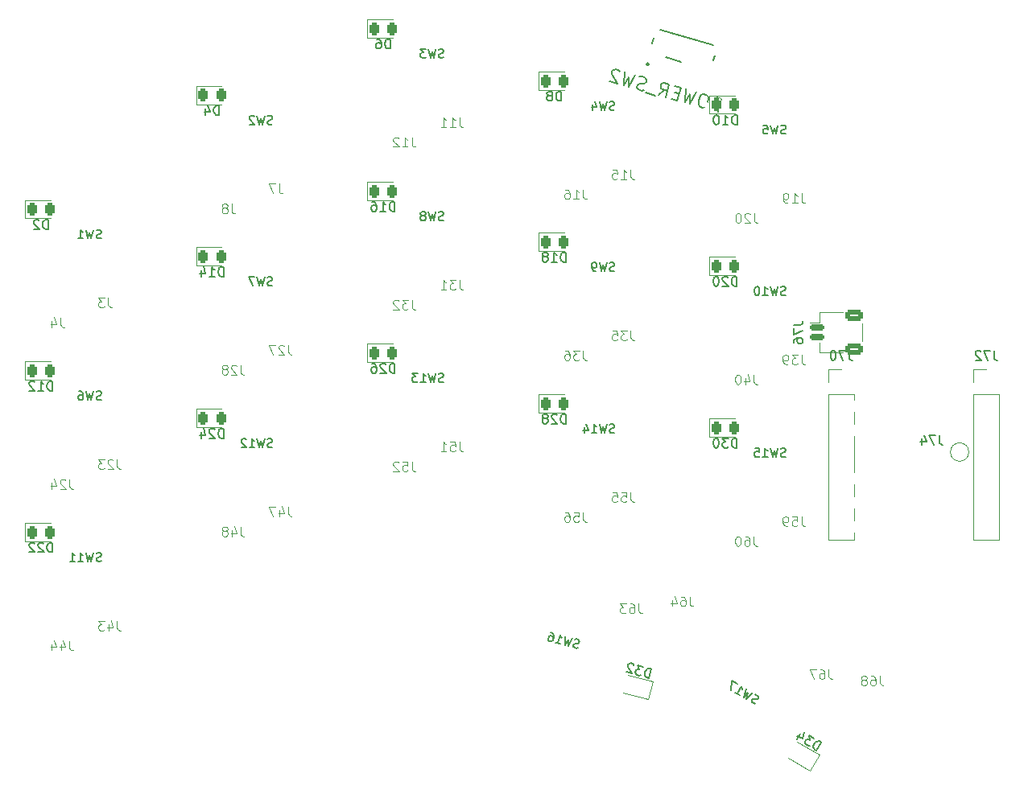
<source format=gbr>
%TF.GenerationSoftware,KiCad,Pcbnew,8.0.4*%
%TF.CreationDate,2024-08-19T15:24:44-07:00*%
%TF.ProjectId,swoon,73776f6f-6e2e-46b6-9963-61645f706362,rev?*%
%TF.SameCoordinates,Original*%
%TF.FileFunction,Legend,Bot*%
%TF.FilePolarity,Positive*%
%FSLAX46Y46*%
G04 Gerber Fmt 4.6, Leading zero omitted, Abs format (unit mm)*
G04 Created by KiCad (PCBNEW 8.0.4) date 2024-08-19 15:24:44*
%MOMM*%
%LPD*%
G01*
G04 APERTURE LIST*
G04 Aperture macros list*
%AMRoundRect*
0 Rectangle with rounded corners*
0 $1 Rounding radius*
0 $2 $3 $4 $5 $6 $7 $8 $9 X,Y pos of 4 corners*
0 Add a 4 corners polygon primitive as box body*
4,1,4,$2,$3,$4,$5,$6,$7,$8,$9,$2,$3,0*
0 Add four circle primitives for the rounded corners*
1,1,$1+$1,$2,$3*
1,1,$1+$1,$4,$5*
1,1,$1+$1,$6,$7*
1,1,$1+$1,$8,$9*
0 Add four rect primitives between the rounded corners*
20,1,$1+$1,$2,$3,$4,$5,0*
20,1,$1+$1,$4,$5,$6,$7,0*
20,1,$1+$1,$6,$7,$8,$9,0*
20,1,$1+$1,$8,$9,$2,$3,0*%
%AMFreePoly0*
4,1,6,0.600000,0.200000,0.000000,-0.400000,-0.600000,0.200000,-0.600000,0.400000,0.600000,0.400000,0.600000,0.200000,0.600000,0.200000,$1*%
%AMFreePoly1*
4,1,6,0.600000,-0.250000,-0.600000,-0.250000,-0.600000,1.000000,0.000000,0.400000,0.600000,1.000000,0.600000,-0.250000,0.600000,-0.250000,$1*%
G04 Aperture macros list end*
%ADD10C,0.160000*%
%ADD11C,0.100000*%
%ADD12C,0.150000*%
%ADD13C,0.120000*%
%ADD14C,0.127000*%
%ADD15C,0.250000*%
%ADD16C,1.701800*%
%ADD17C,0.990600*%
%ADD18C,3.429000*%
%ADD19C,2.262000*%
%ADD20C,0.620000*%
%ADD21C,1.600000*%
%ADD22FreePoly0,270.000000*%
%ADD23FreePoly0,90.000000*%
%ADD24FreePoly1,270.000000*%
%ADD25FreePoly1,90.000000*%
%ADD26C,1.800000*%
%ADD27R,1.700000X1.700000*%
%ADD28O,1.700000X1.700000*%
%ADD29C,0.900000*%
%ADD30C,1.830000*%
%ADD31RoundRect,0.243750X-0.243750X-0.456250X0.243750X-0.456250X0.243750X0.456250X-0.243750X0.456250X0*%
%ADD32RoundRect,0.243750X0.353531X0.377617X-0.117358X0.503791X-0.353531X-0.377617X0.117358X-0.503791X0*%
%ADD33RoundRect,0.150000X-0.625000X0.150000X-0.625000X-0.150000X0.625000X-0.150000X0.625000X0.150000X0*%
%ADD34RoundRect,0.250000X-0.650000X0.350000X-0.650000X-0.350000X0.650000X-0.350000X0.650000X0.350000X0*%
%ADD35RoundRect,0.102000X-0.537699X-0.629189X0.136842X-0.816256X0.537699X0.629189X-0.136842X0.816256X0*%
%ADD36RoundRect,0.102000X-0.588711X-0.251833X0.374920X-0.519071X0.588711X0.251833X-0.374920X0.519071X0*%
%ADD37RoundRect,0.243750X0.439219X0.273249X0.017031X0.516999X-0.439219X-0.273249X-0.017031X-0.516999X0*%
G04 APERTURE END LIST*
D10*
X33407308Y-44413180D02*
X33278737Y-44456037D01*
X33278737Y-44456037D02*
X33064451Y-44456037D01*
X33064451Y-44456037D02*
X32978737Y-44413180D01*
X32978737Y-44413180D02*
X32935879Y-44370322D01*
X32935879Y-44370322D02*
X32893022Y-44284608D01*
X32893022Y-44284608D02*
X32893022Y-44198894D01*
X32893022Y-44198894D02*
X32935879Y-44113180D01*
X32935879Y-44113180D02*
X32978737Y-44070322D01*
X32978737Y-44070322D02*
X33064451Y-44027465D01*
X33064451Y-44027465D02*
X33235879Y-43984608D01*
X33235879Y-43984608D02*
X33321594Y-43941751D01*
X33321594Y-43941751D02*
X33364451Y-43898894D01*
X33364451Y-43898894D02*
X33407308Y-43813180D01*
X33407308Y-43813180D02*
X33407308Y-43727465D01*
X33407308Y-43727465D02*
X33364451Y-43641751D01*
X33364451Y-43641751D02*
X33321594Y-43598894D01*
X33321594Y-43598894D02*
X33235879Y-43556037D01*
X33235879Y-43556037D02*
X33021594Y-43556037D01*
X33021594Y-43556037D02*
X32893022Y-43598894D01*
X32593022Y-43556037D02*
X32378736Y-44456037D01*
X32378736Y-44456037D02*
X32207308Y-43813180D01*
X32207308Y-43813180D02*
X32035879Y-44456037D01*
X32035879Y-44456037D02*
X31821594Y-43556037D01*
X31007308Y-44456037D02*
X31521594Y-44456037D01*
X31264451Y-44456037D02*
X31264451Y-43556037D01*
X31264451Y-43556037D02*
X31350165Y-43684608D01*
X31350165Y-43684608D02*
X31435880Y-43770322D01*
X31435880Y-43770322D02*
X31521594Y-43813180D01*
X51407308Y-32413180D02*
X51278737Y-32456037D01*
X51278737Y-32456037D02*
X51064451Y-32456037D01*
X51064451Y-32456037D02*
X50978737Y-32413180D01*
X50978737Y-32413180D02*
X50935879Y-32370322D01*
X50935879Y-32370322D02*
X50893022Y-32284608D01*
X50893022Y-32284608D02*
X50893022Y-32198894D01*
X50893022Y-32198894D02*
X50935879Y-32113180D01*
X50935879Y-32113180D02*
X50978737Y-32070322D01*
X50978737Y-32070322D02*
X51064451Y-32027465D01*
X51064451Y-32027465D02*
X51235879Y-31984608D01*
X51235879Y-31984608D02*
X51321594Y-31941751D01*
X51321594Y-31941751D02*
X51364451Y-31898894D01*
X51364451Y-31898894D02*
X51407308Y-31813180D01*
X51407308Y-31813180D02*
X51407308Y-31727465D01*
X51407308Y-31727465D02*
X51364451Y-31641751D01*
X51364451Y-31641751D02*
X51321594Y-31598894D01*
X51321594Y-31598894D02*
X51235879Y-31556037D01*
X51235879Y-31556037D02*
X51021594Y-31556037D01*
X51021594Y-31556037D02*
X50893022Y-31598894D01*
X50593022Y-31556037D02*
X50378736Y-32456037D01*
X50378736Y-32456037D02*
X50207308Y-31813180D01*
X50207308Y-31813180D02*
X50035879Y-32456037D01*
X50035879Y-32456037D02*
X49821594Y-31556037D01*
X49521594Y-31641751D02*
X49478737Y-31598894D01*
X49478737Y-31598894D02*
X49393023Y-31556037D01*
X49393023Y-31556037D02*
X49178737Y-31556037D01*
X49178737Y-31556037D02*
X49093023Y-31598894D01*
X49093023Y-31598894D02*
X49050165Y-31641751D01*
X49050165Y-31641751D02*
X49007308Y-31727465D01*
X49007308Y-31727465D02*
X49007308Y-31813180D01*
X49007308Y-31813180D02*
X49050165Y-31941751D01*
X49050165Y-31941751D02*
X49564451Y-32456037D01*
X49564451Y-32456037D02*
X49007308Y-32456037D01*
X69407308Y-25413180D02*
X69278737Y-25456037D01*
X69278737Y-25456037D02*
X69064451Y-25456037D01*
X69064451Y-25456037D02*
X68978737Y-25413180D01*
X68978737Y-25413180D02*
X68935879Y-25370322D01*
X68935879Y-25370322D02*
X68893022Y-25284608D01*
X68893022Y-25284608D02*
X68893022Y-25198894D01*
X68893022Y-25198894D02*
X68935879Y-25113180D01*
X68935879Y-25113180D02*
X68978737Y-25070322D01*
X68978737Y-25070322D02*
X69064451Y-25027465D01*
X69064451Y-25027465D02*
X69235879Y-24984608D01*
X69235879Y-24984608D02*
X69321594Y-24941751D01*
X69321594Y-24941751D02*
X69364451Y-24898894D01*
X69364451Y-24898894D02*
X69407308Y-24813180D01*
X69407308Y-24813180D02*
X69407308Y-24727465D01*
X69407308Y-24727465D02*
X69364451Y-24641751D01*
X69364451Y-24641751D02*
X69321594Y-24598894D01*
X69321594Y-24598894D02*
X69235879Y-24556037D01*
X69235879Y-24556037D02*
X69021594Y-24556037D01*
X69021594Y-24556037D02*
X68893022Y-24598894D01*
X68593022Y-24556037D02*
X68378736Y-25456037D01*
X68378736Y-25456037D02*
X68207308Y-24813180D01*
X68207308Y-24813180D02*
X68035879Y-25456037D01*
X68035879Y-25456037D02*
X67821594Y-24556037D01*
X67564451Y-24556037D02*
X67007308Y-24556037D01*
X67007308Y-24556037D02*
X67307308Y-24898894D01*
X67307308Y-24898894D02*
X67178737Y-24898894D01*
X67178737Y-24898894D02*
X67093023Y-24941751D01*
X67093023Y-24941751D02*
X67050165Y-24984608D01*
X67050165Y-24984608D02*
X67007308Y-25070322D01*
X67007308Y-25070322D02*
X67007308Y-25284608D01*
X67007308Y-25284608D02*
X67050165Y-25370322D01*
X67050165Y-25370322D02*
X67093023Y-25413180D01*
X67093023Y-25413180D02*
X67178737Y-25456037D01*
X67178737Y-25456037D02*
X67435880Y-25456037D01*
X67435880Y-25456037D02*
X67521594Y-25413180D01*
X67521594Y-25413180D02*
X67564451Y-25370322D01*
X87407308Y-30913180D02*
X87278737Y-30956037D01*
X87278737Y-30956037D02*
X87064451Y-30956037D01*
X87064451Y-30956037D02*
X86978737Y-30913180D01*
X86978737Y-30913180D02*
X86935879Y-30870322D01*
X86935879Y-30870322D02*
X86893022Y-30784608D01*
X86893022Y-30784608D02*
X86893022Y-30698894D01*
X86893022Y-30698894D02*
X86935879Y-30613180D01*
X86935879Y-30613180D02*
X86978737Y-30570322D01*
X86978737Y-30570322D02*
X87064451Y-30527465D01*
X87064451Y-30527465D02*
X87235879Y-30484608D01*
X87235879Y-30484608D02*
X87321594Y-30441751D01*
X87321594Y-30441751D02*
X87364451Y-30398894D01*
X87364451Y-30398894D02*
X87407308Y-30313180D01*
X87407308Y-30313180D02*
X87407308Y-30227465D01*
X87407308Y-30227465D02*
X87364451Y-30141751D01*
X87364451Y-30141751D02*
X87321594Y-30098894D01*
X87321594Y-30098894D02*
X87235879Y-30056037D01*
X87235879Y-30056037D02*
X87021594Y-30056037D01*
X87021594Y-30056037D02*
X86893022Y-30098894D01*
X86593022Y-30056037D02*
X86378736Y-30956037D01*
X86378736Y-30956037D02*
X86207308Y-30313180D01*
X86207308Y-30313180D02*
X86035879Y-30956037D01*
X86035879Y-30956037D02*
X85821594Y-30056037D01*
X85093023Y-30356037D02*
X85093023Y-30956037D01*
X85307308Y-30013180D02*
X85521594Y-30656037D01*
X85521594Y-30656037D02*
X84964451Y-30656037D01*
X105407308Y-33413180D02*
X105278737Y-33456037D01*
X105278737Y-33456037D02*
X105064451Y-33456037D01*
X105064451Y-33456037D02*
X104978737Y-33413180D01*
X104978737Y-33413180D02*
X104935879Y-33370322D01*
X104935879Y-33370322D02*
X104893022Y-33284608D01*
X104893022Y-33284608D02*
X104893022Y-33198894D01*
X104893022Y-33198894D02*
X104935879Y-33113180D01*
X104935879Y-33113180D02*
X104978737Y-33070322D01*
X104978737Y-33070322D02*
X105064451Y-33027465D01*
X105064451Y-33027465D02*
X105235879Y-32984608D01*
X105235879Y-32984608D02*
X105321594Y-32941751D01*
X105321594Y-32941751D02*
X105364451Y-32898894D01*
X105364451Y-32898894D02*
X105407308Y-32813180D01*
X105407308Y-32813180D02*
X105407308Y-32727465D01*
X105407308Y-32727465D02*
X105364451Y-32641751D01*
X105364451Y-32641751D02*
X105321594Y-32598894D01*
X105321594Y-32598894D02*
X105235879Y-32556037D01*
X105235879Y-32556037D02*
X105021594Y-32556037D01*
X105021594Y-32556037D02*
X104893022Y-32598894D01*
X104593022Y-32556037D02*
X104378736Y-33456037D01*
X104378736Y-33456037D02*
X104207308Y-32813180D01*
X104207308Y-32813180D02*
X104035879Y-33456037D01*
X104035879Y-33456037D02*
X103821594Y-32556037D01*
X103050165Y-32556037D02*
X103478737Y-32556037D01*
X103478737Y-32556037D02*
X103521594Y-32984608D01*
X103521594Y-32984608D02*
X103478737Y-32941751D01*
X103478737Y-32941751D02*
X103393023Y-32898894D01*
X103393023Y-32898894D02*
X103178737Y-32898894D01*
X103178737Y-32898894D02*
X103093023Y-32941751D01*
X103093023Y-32941751D02*
X103050165Y-32984608D01*
X103050165Y-32984608D02*
X103007308Y-33070322D01*
X103007308Y-33070322D02*
X103007308Y-33284608D01*
X103007308Y-33284608D02*
X103050165Y-33370322D01*
X103050165Y-33370322D02*
X103093023Y-33413180D01*
X103093023Y-33413180D02*
X103178737Y-33456037D01*
X103178737Y-33456037D02*
X103393023Y-33456037D01*
X103393023Y-33456037D02*
X103478737Y-33413180D01*
X103478737Y-33413180D02*
X103521594Y-33370322D01*
X33407308Y-61413180D02*
X33278737Y-61456037D01*
X33278737Y-61456037D02*
X33064451Y-61456037D01*
X33064451Y-61456037D02*
X32978737Y-61413180D01*
X32978737Y-61413180D02*
X32935879Y-61370322D01*
X32935879Y-61370322D02*
X32893022Y-61284608D01*
X32893022Y-61284608D02*
X32893022Y-61198894D01*
X32893022Y-61198894D02*
X32935879Y-61113180D01*
X32935879Y-61113180D02*
X32978737Y-61070322D01*
X32978737Y-61070322D02*
X33064451Y-61027465D01*
X33064451Y-61027465D02*
X33235879Y-60984608D01*
X33235879Y-60984608D02*
X33321594Y-60941751D01*
X33321594Y-60941751D02*
X33364451Y-60898894D01*
X33364451Y-60898894D02*
X33407308Y-60813180D01*
X33407308Y-60813180D02*
X33407308Y-60727465D01*
X33407308Y-60727465D02*
X33364451Y-60641751D01*
X33364451Y-60641751D02*
X33321594Y-60598894D01*
X33321594Y-60598894D02*
X33235879Y-60556037D01*
X33235879Y-60556037D02*
X33021594Y-60556037D01*
X33021594Y-60556037D02*
X32893022Y-60598894D01*
X32593022Y-60556037D02*
X32378736Y-61456037D01*
X32378736Y-61456037D02*
X32207308Y-60813180D01*
X32207308Y-60813180D02*
X32035879Y-61456037D01*
X32035879Y-61456037D02*
X31821594Y-60556037D01*
X31093023Y-60556037D02*
X31264451Y-60556037D01*
X31264451Y-60556037D02*
X31350165Y-60598894D01*
X31350165Y-60598894D02*
X31393023Y-60641751D01*
X31393023Y-60641751D02*
X31478737Y-60770322D01*
X31478737Y-60770322D02*
X31521594Y-60941751D01*
X31521594Y-60941751D02*
X31521594Y-61284608D01*
X31521594Y-61284608D02*
X31478737Y-61370322D01*
X31478737Y-61370322D02*
X31435880Y-61413180D01*
X31435880Y-61413180D02*
X31350165Y-61456037D01*
X31350165Y-61456037D02*
X31178737Y-61456037D01*
X31178737Y-61456037D02*
X31093023Y-61413180D01*
X31093023Y-61413180D02*
X31050165Y-61370322D01*
X31050165Y-61370322D02*
X31007308Y-61284608D01*
X31007308Y-61284608D02*
X31007308Y-61070322D01*
X31007308Y-61070322D02*
X31050165Y-60984608D01*
X31050165Y-60984608D02*
X31093023Y-60941751D01*
X31093023Y-60941751D02*
X31178737Y-60898894D01*
X31178737Y-60898894D02*
X31350165Y-60898894D01*
X31350165Y-60898894D02*
X31435880Y-60941751D01*
X31435880Y-60941751D02*
X31478737Y-60984608D01*
X31478737Y-60984608D02*
X31521594Y-61070322D01*
X51407308Y-49387180D02*
X51278737Y-49430037D01*
X51278737Y-49430037D02*
X51064451Y-49430037D01*
X51064451Y-49430037D02*
X50978737Y-49387180D01*
X50978737Y-49387180D02*
X50935879Y-49344322D01*
X50935879Y-49344322D02*
X50893022Y-49258608D01*
X50893022Y-49258608D02*
X50893022Y-49172894D01*
X50893022Y-49172894D02*
X50935879Y-49087180D01*
X50935879Y-49087180D02*
X50978737Y-49044322D01*
X50978737Y-49044322D02*
X51064451Y-49001465D01*
X51064451Y-49001465D02*
X51235879Y-48958608D01*
X51235879Y-48958608D02*
X51321594Y-48915751D01*
X51321594Y-48915751D02*
X51364451Y-48872894D01*
X51364451Y-48872894D02*
X51407308Y-48787180D01*
X51407308Y-48787180D02*
X51407308Y-48701465D01*
X51407308Y-48701465D02*
X51364451Y-48615751D01*
X51364451Y-48615751D02*
X51321594Y-48572894D01*
X51321594Y-48572894D02*
X51235879Y-48530037D01*
X51235879Y-48530037D02*
X51021594Y-48530037D01*
X51021594Y-48530037D02*
X50893022Y-48572894D01*
X50593022Y-48530037D02*
X50378736Y-49430037D01*
X50378736Y-49430037D02*
X50207308Y-48787180D01*
X50207308Y-48787180D02*
X50035879Y-49430037D01*
X50035879Y-49430037D02*
X49821594Y-48530037D01*
X49564451Y-48530037D02*
X48964451Y-48530037D01*
X48964451Y-48530037D02*
X49350165Y-49430037D01*
X69407308Y-42529180D02*
X69278737Y-42572037D01*
X69278737Y-42572037D02*
X69064451Y-42572037D01*
X69064451Y-42572037D02*
X68978737Y-42529180D01*
X68978737Y-42529180D02*
X68935879Y-42486322D01*
X68935879Y-42486322D02*
X68893022Y-42400608D01*
X68893022Y-42400608D02*
X68893022Y-42314894D01*
X68893022Y-42314894D02*
X68935879Y-42229180D01*
X68935879Y-42229180D02*
X68978737Y-42186322D01*
X68978737Y-42186322D02*
X69064451Y-42143465D01*
X69064451Y-42143465D02*
X69235879Y-42100608D01*
X69235879Y-42100608D02*
X69321594Y-42057751D01*
X69321594Y-42057751D02*
X69364451Y-42014894D01*
X69364451Y-42014894D02*
X69407308Y-41929180D01*
X69407308Y-41929180D02*
X69407308Y-41843465D01*
X69407308Y-41843465D02*
X69364451Y-41757751D01*
X69364451Y-41757751D02*
X69321594Y-41714894D01*
X69321594Y-41714894D02*
X69235879Y-41672037D01*
X69235879Y-41672037D02*
X69021594Y-41672037D01*
X69021594Y-41672037D02*
X68893022Y-41714894D01*
X68593022Y-41672037D02*
X68378736Y-42572037D01*
X68378736Y-42572037D02*
X68207308Y-41929180D01*
X68207308Y-41929180D02*
X68035879Y-42572037D01*
X68035879Y-42572037D02*
X67821594Y-41672037D01*
X67350165Y-42057751D02*
X67435880Y-42014894D01*
X67435880Y-42014894D02*
X67478737Y-41972037D01*
X67478737Y-41972037D02*
X67521594Y-41886322D01*
X67521594Y-41886322D02*
X67521594Y-41843465D01*
X67521594Y-41843465D02*
X67478737Y-41757751D01*
X67478737Y-41757751D02*
X67435880Y-41714894D01*
X67435880Y-41714894D02*
X67350165Y-41672037D01*
X67350165Y-41672037D02*
X67178737Y-41672037D01*
X67178737Y-41672037D02*
X67093023Y-41714894D01*
X67093023Y-41714894D02*
X67050165Y-41757751D01*
X67050165Y-41757751D02*
X67007308Y-41843465D01*
X67007308Y-41843465D02*
X67007308Y-41886322D01*
X67007308Y-41886322D02*
X67050165Y-41972037D01*
X67050165Y-41972037D02*
X67093023Y-42014894D01*
X67093023Y-42014894D02*
X67178737Y-42057751D01*
X67178737Y-42057751D02*
X67350165Y-42057751D01*
X67350165Y-42057751D02*
X67435880Y-42100608D01*
X67435880Y-42100608D02*
X67478737Y-42143465D01*
X67478737Y-42143465D02*
X67521594Y-42229180D01*
X67521594Y-42229180D02*
X67521594Y-42400608D01*
X67521594Y-42400608D02*
X67478737Y-42486322D01*
X67478737Y-42486322D02*
X67435880Y-42529180D01*
X67435880Y-42529180D02*
X67350165Y-42572037D01*
X67350165Y-42572037D02*
X67178737Y-42572037D01*
X67178737Y-42572037D02*
X67093023Y-42529180D01*
X67093023Y-42529180D02*
X67050165Y-42486322D01*
X67050165Y-42486322D02*
X67007308Y-42400608D01*
X67007308Y-42400608D02*
X67007308Y-42229180D01*
X67007308Y-42229180D02*
X67050165Y-42143465D01*
X67050165Y-42143465D02*
X67093023Y-42100608D01*
X67093023Y-42100608D02*
X67178737Y-42057751D01*
X87407308Y-47863180D02*
X87278737Y-47906037D01*
X87278737Y-47906037D02*
X87064451Y-47906037D01*
X87064451Y-47906037D02*
X86978737Y-47863180D01*
X86978737Y-47863180D02*
X86935879Y-47820322D01*
X86935879Y-47820322D02*
X86893022Y-47734608D01*
X86893022Y-47734608D02*
X86893022Y-47648894D01*
X86893022Y-47648894D02*
X86935879Y-47563180D01*
X86935879Y-47563180D02*
X86978737Y-47520322D01*
X86978737Y-47520322D02*
X87064451Y-47477465D01*
X87064451Y-47477465D02*
X87235879Y-47434608D01*
X87235879Y-47434608D02*
X87321594Y-47391751D01*
X87321594Y-47391751D02*
X87364451Y-47348894D01*
X87364451Y-47348894D02*
X87407308Y-47263180D01*
X87407308Y-47263180D02*
X87407308Y-47177465D01*
X87407308Y-47177465D02*
X87364451Y-47091751D01*
X87364451Y-47091751D02*
X87321594Y-47048894D01*
X87321594Y-47048894D02*
X87235879Y-47006037D01*
X87235879Y-47006037D02*
X87021594Y-47006037D01*
X87021594Y-47006037D02*
X86893022Y-47048894D01*
X86593022Y-47006037D02*
X86378736Y-47906037D01*
X86378736Y-47906037D02*
X86207308Y-47263180D01*
X86207308Y-47263180D02*
X86035879Y-47906037D01*
X86035879Y-47906037D02*
X85821594Y-47006037D01*
X85435880Y-47906037D02*
X85264451Y-47906037D01*
X85264451Y-47906037D02*
X85178737Y-47863180D01*
X85178737Y-47863180D02*
X85135880Y-47820322D01*
X85135880Y-47820322D02*
X85050165Y-47691751D01*
X85050165Y-47691751D02*
X85007308Y-47520322D01*
X85007308Y-47520322D02*
X85007308Y-47177465D01*
X85007308Y-47177465D02*
X85050165Y-47091751D01*
X85050165Y-47091751D02*
X85093023Y-47048894D01*
X85093023Y-47048894D02*
X85178737Y-47006037D01*
X85178737Y-47006037D02*
X85350165Y-47006037D01*
X85350165Y-47006037D02*
X85435880Y-47048894D01*
X85435880Y-47048894D02*
X85478737Y-47091751D01*
X85478737Y-47091751D02*
X85521594Y-47177465D01*
X85521594Y-47177465D02*
X85521594Y-47391751D01*
X85521594Y-47391751D02*
X85478737Y-47477465D01*
X85478737Y-47477465D02*
X85435880Y-47520322D01*
X85435880Y-47520322D02*
X85350165Y-47563180D01*
X85350165Y-47563180D02*
X85178737Y-47563180D01*
X85178737Y-47563180D02*
X85093023Y-47520322D01*
X85093023Y-47520322D02*
X85050165Y-47477465D01*
X85050165Y-47477465D02*
X85007308Y-47391751D01*
X105387308Y-50403180D02*
X105258737Y-50446037D01*
X105258737Y-50446037D02*
X105044451Y-50446037D01*
X105044451Y-50446037D02*
X104958737Y-50403180D01*
X104958737Y-50403180D02*
X104915879Y-50360322D01*
X104915879Y-50360322D02*
X104873022Y-50274608D01*
X104873022Y-50274608D02*
X104873022Y-50188894D01*
X104873022Y-50188894D02*
X104915879Y-50103180D01*
X104915879Y-50103180D02*
X104958737Y-50060322D01*
X104958737Y-50060322D02*
X105044451Y-50017465D01*
X105044451Y-50017465D02*
X105215879Y-49974608D01*
X105215879Y-49974608D02*
X105301594Y-49931751D01*
X105301594Y-49931751D02*
X105344451Y-49888894D01*
X105344451Y-49888894D02*
X105387308Y-49803180D01*
X105387308Y-49803180D02*
X105387308Y-49717465D01*
X105387308Y-49717465D02*
X105344451Y-49631751D01*
X105344451Y-49631751D02*
X105301594Y-49588894D01*
X105301594Y-49588894D02*
X105215879Y-49546037D01*
X105215879Y-49546037D02*
X105001594Y-49546037D01*
X105001594Y-49546037D02*
X104873022Y-49588894D01*
X104573022Y-49546037D02*
X104358736Y-50446037D01*
X104358736Y-50446037D02*
X104187308Y-49803180D01*
X104187308Y-49803180D02*
X104015879Y-50446037D01*
X104015879Y-50446037D02*
X103801594Y-49546037D01*
X102987308Y-50446037D02*
X103501594Y-50446037D01*
X103244451Y-50446037D02*
X103244451Y-49546037D01*
X103244451Y-49546037D02*
X103330165Y-49674608D01*
X103330165Y-49674608D02*
X103415880Y-49760322D01*
X103415880Y-49760322D02*
X103501594Y-49803180D01*
X102430165Y-49546037D02*
X102344451Y-49546037D01*
X102344451Y-49546037D02*
X102258737Y-49588894D01*
X102258737Y-49588894D02*
X102215880Y-49631751D01*
X102215880Y-49631751D02*
X102173022Y-49717465D01*
X102173022Y-49717465D02*
X102130165Y-49888894D01*
X102130165Y-49888894D02*
X102130165Y-50103180D01*
X102130165Y-50103180D02*
X102173022Y-50274608D01*
X102173022Y-50274608D02*
X102215880Y-50360322D01*
X102215880Y-50360322D02*
X102258737Y-50403180D01*
X102258737Y-50403180D02*
X102344451Y-50446037D01*
X102344451Y-50446037D02*
X102430165Y-50446037D01*
X102430165Y-50446037D02*
X102515880Y-50403180D01*
X102515880Y-50403180D02*
X102558737Y-50360322D01*
X102558737Y-50360322D02*
X102601594Y-50274608D01*
X102601594Y-50274608D02*
X102644451Y-50103180D01*
X102644451Y-50103180D02*
X102644451Y-49888894D01*
X102644451Y-49888894D02*
X102601594Y-49717465D01*
X102601594Y-49717465D02*
X102558737Y-49631751D01*
X102558737Y-49631751D02*
X102515880Y-49588894D01*
X102515880Y-49588894D02*
X102430165Y-49546037D01*
X33407308Y-78413180D02*
X33278737Y-78456037D01*
X33278737Y-78456037D02*
X33064451Y-78456037D01*
X33064451Y-78456037D02*
X32978737Y-78413180D01*
X32978737Y-78413180D02*
X32935879Y-78370322D01*
X32935879Y-78370322D02*
X32893022Y-78284608D01*
X32893022Y-78284608D02*
X32893022Y-78198894D01*
X32893022Y-78198894D02*
X32935879Y-78113180D01*
X32935879Y-78113180D02*
X32978737Y-78070322D01*
X32978737Y-78070322D02*
X33064451Y-78027465D01*
X33064451Y-78027465D02*
X33235879Y-77984608D01*
X33235879Y-77984608D02*
X33321594Y-77941751D01*
X33321594Y-77941751D02*
X33364451Y-77898894D01*
X33364451Y-77898894D02*
X33407308Y-77813180D01*
X33407308Y-77813180D02*
X33407308Y-77727465D01*
X33407308Y-77727465D02*
X33364451Y-77641751D01*
X33364451Y-77641751D02*
X33321594Y-77598894D01*
X33321594Y-77598894D02*
X33235879Y-77556037D01*
X33235879Y-77556037D02*
X33021594Y-77556037D01*
X33021594Y-77556037D02*
X32893022Y-77598894D01*
X32593022Y-77556037D02*
X32378736Y-78456037D01*
X32378736Y-78456037D02*
X32207308Y-77813180D01*
X32207308Y-77813180D02*
X32035879Y-78456037D01*
X32035879Y-78456037D02*
X31821594Y-77556037D01*
X31007308Y-78456037D02*
X31521594Y-78456037D01*
X31264451Y-78456037D02*
X31264451Y-77556037D01*
X31264451Y-77556037D02*
X31350165Y-77684608D01*
X31350165Y-77684608D02*
X31435880Y-77770322D01*
X31435880Y-77770322D02*
X31521594Y-77813180D01*
X30150165Y-78456037D02*
X30664451Y-78456037D01*
X30407308Y-78456037D02*
X30407308Y-77556037D01*
X30407308Y-77556037D02*
X30493022Y-77684608D01*
X30493022Y-77684608D02*
X30578737Y-77770322D01*
X30578737Y-77770322D02*
X30664451Y-77813180D01*
X51407308Y-66405180D02*
X51278737Y-66448037D01*
X51278737Y-66448037D02*
X51064451Y-66448037D01*
X51064451Y-66448037D02*
X50978737Y-66405180D01*
X50978737Y-66405180D02*
X50935879Y-66362322D01*
X50935879Y-66362322D02*
X50893022Y-66276608D01*
X50893022Y-66276608D02*
X50893022Y-66190894D01*
X50893022Y-66190894D02*
X50935879Y-66105180D01*
X50935879Y-66105180D02*
X50978737Y-66062322D01*
X50978737Y-66062322D02*
X51064451Y-66019465D01*
X51064451Y-66019465D02*
X51235879Y-65976608D01*
X51235879Y-65976608D02*
X51321594Y-65933751D01*
X51321594Y-65933751D02*
X51364451Y-65890894D01*
X51364451Y-65890894D02*
X51407308Y-65805180D01*
X51407308Y-65805180D02*
X51407308Y-65719465D01*
X51407308Y-65719465D02*
X51364451Y-65633751D01*
X51364451Y-65633751D02*
X51321594Y-65590894D01*
X51321594Y-65590894D02*
X51235879Y-65548037D01*
X51235879Y-65548037D02*
X51021594Y-65548037D01*
X51021594Y-65548037D02*
X50893022Y-65590894D01*
X50593022Y-65548037D02*
X50378736Y-66448037D01*
X50378736Y-66448037D02*
X50207308Y-65805180D01*
X50207308Y-65805180D02*
X50035879Y-66448037D01*
X50035879Y-66448037D02*
X49821594Y-65548037D01*
X49007308Y-66448037D02*
X49521594Y-66448037D01*
X49264451Y-66448037D02*
X49264451Y-65548037D01*
X49264451Y-65548037D02*
X49350165Y-65676608D01*
X49350165Y-65676608D02*
X49435880Y-65762322D01*
X49435880Y-65762322D02*
X49521594Y-65805180D01*
X48664451Y-65633751D02*
X48621594Y-65590894D01*
X48621594Y-65590894D02*
X48535880Y-65548037D01*
X48535880Y-65548037D02*
X48321594Y-65548037D01*
X48321594Y-65548037D02*
X48235880Y-65590894D01*
X48235880Y-65590894D02*
X48193022Y-65633751D01*
X48193022Y-65633751D02*
X48150165Y-65719465D01*
X48150165Y-65719465D02*
X48150165Y-65805180D01*
X48150165Y-65805180D02*
X48193022Y-65933751D01*
X48193022Y-65933751D02*
X48707308Y-66448037D01*
X48707308Y-66448037D02*
X48150165Y-66448037D01*
X69407308Y-59547180D02*
X69278737Y-59590037D01*
X69278737Y-59590037D02*
X69064451Y-59590037D01*
X69064451Y-59590037D02*
X68978737Y-59547180D01*
X68978737Y-59547180D02*
X68935879Y-59504322D01*
X68935879Y-59504322D02*
X68893022Y-59418608D01*
X68893022Y-59418608D02*
X68893022Y-59332894D01*
X68893022Y-59332894D02*
X68935879Y-59247180D01*
X68935879Y-59247180D02*
X68978737Y-59204322D01*
X68978737Y-59204322D02*
X69064451Y-59161465D01*
X69064451Y-59161465D02*
X69235879Y-59118608D01*
X69235879Y-59118608D02*
X69321594Y-59075751D01*
X69321594Y-59075751D02*
X69364451Y-59032894D01*
X69364451Y-59032894D02*
X69407308Y-58947180D01*
X69407308Y-58947180D02*
X69407308Y-58861465D01*
X69407308Y-58861465D02*
X69364451Y-58775751D01*
X69364451Y-58775751D02*
X69321594Y-58732894D01*
X69321594Y-58732894D02*
X69235879Y-58690037D01*
X69235879Y-58690037D02*
X69021594Y-58690037D01*
X69021594Y-58690037D02*
X68893022Y-58732894D01*
X68593022Y-58690037D02*
X68378736Y-59590037D01*
X68378736Y-59590037D02*
X68207308Y-58947180D01*
X68207308Y-58947180D02*
X68035879Y-59590037D01*
X68035879Y-59590037D02*
X67821594Y-58690037D01*
X67007308Y-59590037D02*
X67521594Y-59590037D01*
X67264451Y-59590037D02*
X67264451Y-58690037D01*
X67264451Y-58690037D02*
X67350165Y-58818608D01*
X67350165Y-58818608D02*
X67435880Y-58904322D01*
X67435880Y-58904322D02*
X67521594Y-58947180D01*
X66707308Y-58690037D02*
X66150165Y-58690037D01*
X66150165Y-58690037D02*
X66450165Y-59032894D01*
X66450165Y-59032894D02*
X66321594Y-59032894D01*
X66321594Y-59032894D02*
X66235880Y-59075751D01*
X66235880Y-59075751D02*
X66193022Y-59118608D01*
X66193022Y-59118608D02*
X66150165Y-59204322D01*
X66150165Y-59204322D02*
X66150165Y-59418608D01*
X66150165Y-59418608D02*
X66193022Y-59504322D01*
X66193022Y-59504322D02*
X66235880Y-59547180D01*
X66235880Y-59547180D02*
X66321594Y-59590037D01*
X66321594Y-59590037D02*
X66578737Y-59590037D01*
X66578737Y-59590037D02*
X66664451Y-59547180D01*
X66664451Y-59547180D02*
X66707308Y-59504322D01*
X87407308Y-64881180D02*
X87278737Y-64924037D01*
X87278737Y-64924037D02*
X87064451Y-64924037D01*
X87064451Y-64924037D02*
X86978737Y-64881180D01*
X86978737Y-64881180D02*
X86935879Y-64838322D01*
X86935879Y-64838322D02*
X86893022Y-64752608D01*
X86893022Y-64752608D02*
X86893022Y-64666894D01*
X86893022Y-64666894D02*
X86935879Y-64581180D01*
X86935879Y-64581180D02*
X86978737Y-64538322D01*
X86978737Y-64538322D02*
X87064451Y-64495465D01*
X87064451Y-64495465D02*
X87235879Y-64452608D01*
X87235879Y-64452608D02*
X87321594Y-64409751D01*
X87321594Y-64409751D02*
X87364451Y-64366894D01*
X87364451Y-64366894D02*
X87407308Y-64281180D01*
X87407308Y-64281180D02*
X87407308Y-64195465D01*
X87407308Y-64195465D02*
X87364451Y-64109751D01*
X87364451Y-64109751D02*
X87321594Y-64066894D01*
X87321594Y-64066894D02*
X87235879Y-64024037D01*
X87235879Y-64024037D02*
X87021594Y-64024037D01*
X87021594Y-64024037D02*
X86893022Y-64066894D01*
X86593022Y-64024037D02*
X86378736Y-64924037D01*
X86378736Y-64924037D02*
X86207308Y-64281180D01*
X86207308Y-64281180D02*
X86035879Y-64924037D01*
X86035879Y-64924037D02*
X85821594Y-64024037D01*
X85007308Y-64924037D02*
X85521594Y-64924037D01*
X85264451Y-64924037D02*
X85264451Y-64024037D01*
X85264451Y-64024037D02*
X85350165Y-64152608D01*
X85350165Y-64152608D02*
X85435880Y-64238322D01*
X85435880Y-64238322D02*
X85521594Y-64281180D01*
X84235880Y-64324037D02*
X84235880Y-64924037D01*
X84450165Y-63981180D02*
X84664451Y-64624037D01*
X84664451Y-64624037D02*
X84107308Y-64624037D01*
X105387308Y-67421180D02*
X105258737Y-67464037D01*
X105258737Y-67464037D02*
X105044451Y-67464037D01*
X105044451Y-67464037D02*
X104958737Y-67421180D01*
X104958737Y-67421180D02*
X104915879Y-67378322D01*
X104915879Y-67378322D02*
X104873022Y-67292608D01*
X104873022Y-67292608D02*
X104873022Y-67206894D01*
X104873022Y-67206894D02*
X104915879Y-67121180D01*
X104915879Y-67121180D02*
X104958737Y-67078322D01*
X104958737Y-67078322D02*
X105044451Y-67035465D01*
X105044451Y-67035465D02*
X105215879Y-66992608D01*
X105215879Y-66992608D02*
X105301594Y-66949751D01*
X105301594Y-66949751D02*
X105344451Y-66906894D01*
X105344451Y-66906894D02*
X105387308Y-66821180D01*
X105387308Y-66821180D02*
X105387308Y-66735465D01*
X105387308Y-66735465D02*
X105344451Y-66649751D01*
X105344451Y-66649751D02*
X105301594Y-66606894D01*
X105301594Y-66606894D02*
X105215879Y-66564037D01*
X105215879Y-66564037D02*
X105001594Y-66564037D01*
X105001594Y-66564037D02*
X104873022Y-66606894D01*
X104573022Y-66564037D02*
X104358736Y-67464037D01*
X104358736Y-67464037D02*
X104187308Y-66821180D01*
X104187308Y-66821180D02*
X104015879Y-67464037D01*
X104015879Y-67464037D02*
X103801594Y-66564037D01*
X102987308Y-67464037D02*
X103501594Y-67464037D01*
X103244451Y-67464037D02*
X103244451Y-66564037D01*
X103244451Y-66564037D02*
X103330165Y-66692608D01*
X103330165Y-66692608D02*
X103415880Y-66778322D01*
X103415880Y-66778322D02*
X103501594Y-66821180D01*
X102173022Y-66564037D02*
X102601594Y-66564037D01*
X102601594Y-66564037D02*
X102644451Y-66992608D01*
X102644451Y-66992608D02*
X102601594Y-66949751D01*
X102601594Y-66949751D02*
X102515880Y-66906894D01*
X102515880Y-66906894D02*
X102301594Y-66906894D01*
X102301594Y-66906894D02*
X102215880Y-66949751D01*
X102215880Y-66949751D02*
X102173022Y-66992608D01*
X102173022Y-66992608D02*
X102130165Y-67078322D01*
X102130165Y-67078322D02*
X102130165Y-67292608D01*
X102130165Y-67292608D02*
X102173022Y-67378322D01*
X102173022Y-67378322D02*
X102215880Y-67421180D01*
X102215880Y-67421180D02*
X102301594Y-67464037D01*
X102301594Y-67464037D02*
X102515880Y-67464037D01*
X102515880Y-67464037D02*
X102601594Y-67421180D01*
X102601594Y-67421180D02*
X102644451Y-67378322D01*
X102198556Y-93415673D02*
X102065781Y-93388503D01*
X102065781Y-93388503D02*
X101880204Y-93281360D01*
X101880204Y-93281360D02*
X101827402Y-93201387D01*
X101827402Y-93201387D02*
X101811715Y-93142843D01*
X101811715Y-93142843D02*
X101817457Y-93047184D01*
X101817457Y-93047184D02*
X101860314Y-92972953D01*
X101860314Y-92972953D02*
X101940286Y-92920151D01*
X101940286Y-92920151D02*
X101998830Y-92904464D01*
X101998830Y-92904464D02*
X102094490Y-92910206D01*
X102094490Y-92910206D02*
X102264380Y-92958805D01*
X102264380Y-92958805D02*
X102360039Y-92964547D01*
X102360039Y-92964547D02*
X102418583Y-92948860D01*
X102418583Y-92948860D02*
X102498556Y-92896058D01*
X102498556Y-92896058D02*
X102541413Y-92821827D01*
X102541413Y-92821827D02*
X102547154Y-92726168D01*
X102547154Y-92726168D02*
X102531468Y-92667624D01*
X102531468Y-92667624D02*
X102478666Y-92587651D01*
X102478666Y-92587651D02*
X102293089Y-92480508D01*
X102293089Y-92480508D02*
X102160314Y-92453338D01*
X101921935Y-92266222D02*
X101286358Y-92938502D01*
X101286358Y-92938502D02*
X101459325Y-92296058D01*
X101459325Y-92296058D02*
X100989435Y-92767074D01*
X100989435Y-92767074D02*
X101253858Y-91880508D01*
X100098666Y-92252788D02*
X100544051Y-92509931D01*
X100321359Y-92381360D02*
X100771359Y-91601937D01*
X100771359Y-91601937D02*
X100781304Y-91756140D01*
X100781304Y-91756140D02*
X100812677Y-91873228D01*
X100812677Y-91873228D02*
X100865479Y-91953201D01*
X100288859Y-91323365D02*
X99769243Y-91023365D01*
X99769243Y-91023365D02*
X99653282Y-91995645D01*
X83529326Y-87564643D02*
X83394044Y-87572763D01*
X83394044Y-87572763D02*
X83187060Y-87517302D01*
X83187060Y-87517302D02*
X83115358Y-87453721D01*
X83115358Y-87453721D02*
X83085054Y-87401232D01*
X83085054Y-87401232D02*
X83065841Y-87307346D01*
X83065841Y-87307346D02*
X83088026Y-87224552D01*
X83088026Y-87224552D02*
X83151607Y-87152851D01*
X83151607Y-87152851D02*
X83204096Y-87122546D01*
X83204096Y-87122546D02*
X83297982Y-87103334D01*
X83297982Y-87103334D02*
X83474662Y-87106306D01*
X83474662Y-87106306D02*
X83568547Y-87087094D01*
X83568547Y-87087094D02*
X83621037Y-87056789D01*
X83621037Y-87056789D02*
X83684618Y-86985088D01*
X83684618Y-86985088D02*
X83706802Y-86902294D01*
X83706802Y-86902294D02*
X83687590Y-86808408D01*
X83687590Y-86808408D02*
X83657285Y-86755919D01*
X83657285Y-86755919D02*
X83585584Y-86692338D01*
X83585584Y-86692338D02*
X83378600Y-86636877D01*
X83378600Y-86636877D02*
X83243317Y-86644997D01*
X82964632Y-86525954D02*
X82524710Y-87339826D01*
X82524710Y-87339826D02*
X82525507Y-86674505D01*
X82525507Y-86674505D02*
X82193536Y-87251088D01*
X82193536Y-87251088D02*
X82219489Y-86326294D01*
X81200012Y-86984874D02*
X81696774Y-87117981D01*
X81448393Y-87051428D02*
X81681331Y-86182095D01*
X81681331Y-86182095D02*
X81730847Y-86328470D01*
X81730847Y-86328470D02*
X81791457Y-86433448D01*
X81791457Y-86433448D02*
X81863158Y-86497029D01*
X80687807Y-85915881D02*
X80853394Y-85960250D01*
X80853394Y-85960250D02*
X80925095Y-86023831D01*
X80925095Y-86023831D02*
X80955400Y-86076320D01*
X80955400Y-86076320D02*
X81004917Y-86222695D01*
X81004917Y-86222695D02*
X81001945Y-86399375D01*
X81001945Y-86399375D02*
X80913207Y-86730549D01*
X80913207Y-86730549D02*
X80849625Y-86802251D01*
X80849625Y-86802251D02*
X80797136Y-86832555D01*
X80797136Y-86832555D02*
X80703250Y-86851767D01*
X80703250Y-86851767D02*
X80537663Y-86807398D01*
X80537663Y-86807398D02*
X80465962Y-86743817D01*
X80465962Y-86743817D02*
X80435657Y-86691328D01*
X80435657Y-86691328D02*
X80416445Y-86597442D01*
X80416445Y-86597442D02*
X80471906Y-86390458D01*
X80471906Y-86390458D02*
X80535487Y-86318757D01*
X80535487Y-86318757D02*
X80587976Y-86288452D01*
X80587976Y-86288452D02*
X80681862Y-86269240D01*
X80681862Y-86269240D02*
X80847450Y-86313609D01*
X80847450Y-86313609D02*
X80919151Y-86377190D01*
X80919151Y-86377190D02*
X80949456Y-86429679D01*
X80949456Y-86429679D02*
X80968668Y-86523565D01*
D11*
X47128312Y-40814466D02*
X47128312Y-41528751D01*
X47128312Y-41528751D02*
X47175931Y-41671608D01*
X47175931Y-41671608D02*
X47271169Y-41766847D01*
X47271169Y-41766847D02*
X47414026Y-41814466D01*
X47414026Y-41814466D02*
X47509264Y-41814466D01*
X46509264Y-41243037D02*
X46604502Y-41195418D01*
X46604502Y-41195418D02*
X46652121Y-41147799D01*
X46652121Y-41147799D02*
X46699740Y-41052561D01*
X46699740Y-41052561D02*
X46699740Y-41004942D01*
X46699740Y-41004942D02*
X46652121Y-40909704D01*
X46652121Y-40909704D02*
X46604502Y-40862085D01*
X46604502Y-40862085D02*
X46509264Y-40814466D01*
X46509264Y-40814466D02*
X46318788Y-40814466D01*
X46318788Y-40814466D02*
X46223550Y-40862085D01*
X46223550Y-40862085D02*
X46175931Y-40909704D01*
X46175931Y-40909704D02*
X46128312Y-41004942D01*
X46128312Y-41004942D02*
X46128312Y-41052561D01*
X46128312Y-41052561D02*
X46175931Y-41147799D01*
X46175931Y-41147799D02*
X46223550Y-41195418D01*
X46223550Y-41195418D02*
X46318788Y-41243037D01*
X46318788Y-41243037D02*
X46509264Y-41243037D01*
X46509264Y-41243037D02*
X46604502Y-41290656D01*
X46604502Y-41290656D02*
X46652121Y-41338275D01*
X46652121Y-41338275D02*
X46699740Y-41433513D01*
X46699740Y-41433513D02*
X46699740Y-41623989D01*
X46699740Y-41623989D02*
X46652121Y-41719227D01*
X46652121Y-41719227D02*
X46604502Y-41766847D01*
X46604502Y-41766847D02*
X46509264Y-41814466D01*
X46509264Y-41814466D02*
X46318788Y-41814466D01*
X46318788Y-41814466D02*
X46223550Y-41766847D01*
X46223550Y-41766847D02*
X46175931Y-41719227D01*
X46175931Y-41719227D02*
X46128312Y-41623989D01*
X46128312Y-41623989D02*
X46128312Y-41433513D01*
X46128312Y-41433513D02*
X46175931Y-41338275D01*
X46175931Y-41338275D02*
X46223550Y-41290656D01*
X46223550Y-41290656D02*
X46318788Y-41243037D01*
X84080693Y-73282466D02*
X84080693Y-73996751D01*
X84080693Y-73996751D02*
X84128312Y-74139608D01*
X84128312Y-74139608D02*
X84223550Y-74234847D01*
X84223550Y-74234847D02*
X84366407Y-74282466D01*
X84366407Y-74282466D02*
X84461645Y-74282466D01*
X83128312Y-73282466D02*
X83604502Y-73282466D01*
X83604502Y-73282466D02*
X83652121Y-73758656D01*
X83652121Y-73758656D02*
X83604502Y-73711037D01*
X83604502Y-73711037D02*
X83509264Y-73663418D01*
X83509264Y-73663418D02*
X83271169Y-73663418D01*
X83271169Y-73663418D02*
X83175931Y-73711037D01*
X83175931Y-73711037D02*
X83128312Y-73758656D01*
X83128312Y-73758656D02*
X83080693Y-73853894D01*
X83080693Y-73853894D02*
X83080693Y-74091989D01*
X83080693Y-74091989D02*
X83128312Y-74187227D01*
X83128312Y-74187227D02*
X83175931Y-74234847D01*
X83175931Y-74234847D02*
X83271169Y-74282466D01*
X83271169Y-74282466D02*
X83509264Y-74282466D01*
X83509264Y-74282466D02*
X83604502Y-74234847D01*
X83604502Y-74234847D02*
X83652121Y-74187227D01*
X82223550Y-73282466D02*
X82414026Y-73282466D01*
X82414026Y-73282466D02*
X82509264Y-73330085D01*
X82509264Y-73330085D02*
X82556883Y-73377704D01*
X82556883Y-73377704D02*
X82652121Y-73520561D01*
X82652121Y-73520561D02*
X82699740Y-73711037D01*
X82699740Y-73711037D02*
X82699740Y-74091989D01*
X82699740Y-74091989D02*
X82652121Y-74187227D01*
X82652121Y-74187227D02*
X82604502Y-74234847D01*
X82604502Y-74234847D02*
X82509264Y-74282466D01*
X82509264Y-74282466D02*
X82318788Y-74282466D01*
X82318788Y-74282466D02*
X82223550Y-74234847D01*
X82223550Y-74234847D02*
X82175931Y-74187227D01*
X82175931Y-74187227D02*
X82128312Y-74091989D01*
X82128312Y-74091989D02*
X82128312Y-73853894D01*
X82128312Y-73853894D02*
X82175931Y-73758656D01*
X82175931Y-73758656D02*
X82223550Y-73711037D01*
X82223550Y-73711037D02*
X82318788Y-73663418D01*
X82318788Y-73663418D02*
X82509264Y-73663418D01*
X82509264Y-73663418D02*
X82604502Y-73711037D01*
X82604502Y-73711037D02*
X82652121Y-73758656D01*
X82652121Y-73758656D02*
X82699740Y-73853894D01*
X48080693Y-74806466D02*
X48080693Y-75520751D01*
X48080693Y-75520751D02*
X48128312Y-75663608D01*
X48128312Y-75663608D02*
X48223550Y-75758847D01*
X48223550Y-75758847D02*
X48366407Y-75806466D01*
X48366407Y-75806466D02*
X48461645Y-75806466D01*
X47175931Y-75139799D02*
X47175931Y-75806466D01*
X47414026Y-74758847D02*
X47652121Y-75473132D01*
X47652121Y-75473132D02*
X47033074Y-75473132D01*
X46509264Y-75235037D02*
X46604502Y-75187418D01*
X46604502Y-75187418D02*
X46652121Y-75139799D01*
X46652121Y-75139799D02*
X46699740Y-75044561D01*
X46699740Y-75044561D02*
X46699740Y-74996942D01*
X46699740Y-74996942D02*
X46652121Y-74901704D01*
X46652121Y-74901704D02*
X46604502Y-74854085D01*
X46604502Y-74854085D02*
X46509264Y-74806466D01*
X46509264Y-74806466D02*
X46318788Y-74806466D01*
X46318788Y-74806466D02*
X46223550Y-74854085D01*
X46223550Y-74854085D02*
X46175931Y-74901704D01*
X46175931Y-74901704D02*
X46128312Y-74996942D01*
X46128312Y-74996942D02*
X46128312Y-75044561D01*
X46128312Y-75044561D02*
X46175931Y-75139799D01*
X46175931Y-75139799D02*
X46223550Y-75187418D01*
X46223550Y-75187418D02*
X46318788Y-75235037D01*
X46318788Y-75235037D02*
X46509264Y-75235037D01*
X46509264Y-75235037D02*
X46604502Y-75282656D01*
X46604502Y-75282656D02*
X46652121Y-75330275D01*
X46652121Y-75330275D02*
X46699740Y-75425513D01*
X46699740Y-75425513D02*
X46699740Y-75615989D01*
X46699740Y-75615989D02*
X46652121Y-75711227D01*
X46652121Y-75711227D02*
X46604502Y-75758847D01*
X46604502Y-75758847D02*
X46509264Y-75806466D01*
X46509264Y-75806466D02*
X46318788Y-75806466D01*
X46318788Y-75806466D02*
X46223550Y-75758847D01*
X46223550Y-75758847D02*
X46175931Y-75711227D01*
X46175931Y-75711227D02*
X46128312Y-75615989D01*
X46128312Y-75615989D02*
X46128312Y-75425513D01*
X46128312Y-75425513D02*
X46175931Y-75330275D01*
X46175931Y-75330275D02*
X46223550Y-75282656D01*
X46223550Y-75282656D02*
X46318788Y-75235037D01*
D12*
X28294285Y-60484819D02*
X28294285Y-59484819D01*
X28294285Y-59484819D02*
X28056190Y-59484819D01*
X28056190Y-59484819D02*
X27913333Y-59532438D01*
X27913333Y-59532438D02*
X27818095Y-59627676D01*
X27818095Y-59627676D02*
X27770476Y-59722914D01*
X27770476Y-59722914D02*
X27722857Y-59913390D01*
X27722857Y-59913390D02*
X27722857Y-60056247D01*
X27722857Y-60056247D02*
X27770476Y-60246723D01*
X27770476Y-60246723D02*
X27818095Y-60341961D01*
X27818095Y-60341961D02*
X27913333Y-60437200D01*
X27913333Y-60437200D02*
X28056190Y-60484819D01*
X28056190Y-60484819D02*
X28294285Y-60484819D01*
X26770476Y-60484819D02*
X27341904Y-60484819D01*
X27056190Y-60484819D02*
X27056190Y-59484819D01*
X27056190Y-59484819D02*
X27151428Y-59627676D01*
X27151428Y-59627676D02*
X27246666Y-59722914D01*
X27246666Y-59722914D02*
X27341904Y-59770533D01*
X26389523Y-59580057D02*
X26341904Y-59532438D01*
X26341904Y-59532438D02*
X26246666Y-59484819D01*
X26246666Y-59484819D02*
X26008571Y-59484819D01*
X26008571Y-59484819D02*
X25913333Y-59532438D01*
X25913333Y-59532438D02*
X25865714Y-59580057D01*
X25865714Y-59580057D02*
X25818095Y-59675295D01*
X25818095Y-59675295D02*
X25818095Y-59770533D01*
X25818095Y-59770533D02*
X25865714Y-59913390D01*
X25865714Y-59913390D02*
X26437142Y-60484819D01*
X26437142Y-60484819D02*
X25818095Y-60484819D01*
D11*
X48080693Y-57788466D02*
X48080693Y-58502751D01*
X48080693Y-58502751D02*
X48128312Y-58645608D01*
X48128312Y-58645608D02*
X48223550Y-58740847D01*
X48223550Y-58740847D02*
X48366407Y-58788466D01*
X48366407Y-58788466D02*
X48461645Y-58788466D01*
X47652121Y-57883704D02*
X47604502Y-57836085D01*
X47604502Y-57836085D02*
X47509264Y-57788466D01*
X47509264Y-57788466D02*
X47271169Y-57788466D01*
X47271169Y-57788466D02*
X47175931Y-57836085D01*
X47175931Y-57836085D02*
X47128312Y-57883704D01*
X47128312Y-57883704D02*
X47080693Y-57978942D01*
X47080693Y-57978942D02*
X47080693Y-58074180D01*
X47080693Y-58074180D02*
X47128312Y-58217037D01*
X47128312Y-58217037D02*
X47699740Y-58788466D01*
X47699740Y-58788466D02*
X47080693Y-58788466D01*
X46509264Y-58217037D02*
X46604502Y-58169418D01*
X46604502Y-58169418D02*
X46652121Y-58121799D01*
X46652121Y-58121799D02*
X46699740Y-58026561D01*
X46699740Y-58026561D02*
X46699740Y-57978942D01*
X46699740Y-57978942D02*
X46652121Y-57883704D01*
X46652121Y-57883704D02*
X46604502Y-57836085D01*
X46604502Y-57836085D02*
X46509264Y-57788466D01*
X46509264Y-57788466D02*
X46318788Y-57788466D01*
X46318788Y-57788466D02*
X46223550Y-57836085D01*
X46223550Y-57836085D02*
X46175931Y-57883704D01*
X46175931Y-57883704D02*
X46128312Y-57978942D01*
X46128312Y-57978942D02*
X46128312Y-58026561D01*
X46128312Y-58026561D02*
X46175931Y-58121799D01*
X46175931Y-58121799D02*
X46223550Y-58169418D01*
X46223550Y-58169418D02*
X46318788Y-58217037D01*
X46318788Y-58217037D02*
X46509264Y-58217037D01*
X46509264Y-58217037D02*
X46604502Y-58264656D01*
X46604502Y-58264656D02*
X46652121Y-58312275D01*
X46652121Y-58312275D02*
X46699740Y-58407513D01*
X46699740Y-58407513D02*
X46699740Y-58597989D01*
X46699740Y-58597989D02*
X46652121Y-58693227D01*
X46652121Y-58693227D02*
X46604502Y-58740847D01*
X46604502Y-58740847D02*
X46509264Y-58788466D01*
X46509264Y-58788466D02*
X46318788Y-58788466D01*
X46318788Y-58788466D02*
X46223550Y-58740847D01*
X46223550Y-58740847D02*
X46175931Y-58693227D01*
X46175931Y-58693227D02*
X46128312Y-58597989D01*
X46128312Y-58597989D02*
X46128312Y-58407513D01*
X46128312Y-58407513D02*
X46175931Y-58312275D01*
X46175931Y-58312275D02*
X46223550Y-58264656D01*
X46223550Y-58264656D02*
X46318788Y-58217037D01*
D12*
X82294285Y-46934819D02*
X82294285Y-45934819D01*
X82294285Y-45934819D02*
X82056190Y-45934819D01*
X82056190Y-45934819D02*
X81913333Y-45982438D01*
X81913333Y-45982438D02*
X81818095Y-46077676D01*
X81818095Y-46077676D02*
X81770476Y-46172914D01*
X81770476Y-46172914D02*
X81722857Y-46363390D01*
X81722857Y-46363390D02*
X81722857Y-46506247D01*
X81722857Y-46506247D02*
X81770476Y-46696723D01*
X81770476Y-46696723D02*
X81818095Y-46791961D01*
X81818095Y-46791961D02*
X81913333Y-46887200D01*
X81913333Y-46887200D02*
X82056190Y-46934819D01*
X82056190Y-46934819D02*
X82294285Y-46934819D01*
X80770476Y-46934819D02*
X81341904Y-46934819D01*
X81056190Y-46934819D02*
X81056190Y-45934819D01*
X81056190Y-45934819D02*
X81151428Y-46077676D01*
X81151428Y-46077676D02*
X81246666Y-46172914D01*
X81246666Y-46172914D02*
X81341904Y-46220533D01*
X80199047Y-46363390D02*
X80294285Y-46315771D01*
X80294285Y-46315771D02*
X80341904Y-46268152D01*
X80341904Y-46268152D02*
X80389523Y-46172914D01*
X80389523Y-46172914D02*
X80389523Y-46125295D01*
X80389523Y-46125295D02*
X80341904Y-46030057D01*
X80341904Y-46030057D02*
X80294285Y-45982438D01*
X80294285Y-45982438D02*
X80199047Y-45934819D01*
X80199047Y-45934819D02*
X80008571Y-45934819D01*
X80008571Y-45934819D02*
X79913333Y-45982438D01*
X79913333Y-45982438D02*
X79865714Y-46030057D01*
X79865714Y-46030057D02*
X79818095Y-46125295D01*
X79818095Y-46125295D02*
X79818095Y-46172914D01*
X79818095Y-46172914D02*
X79865714Y-46268152D01*
X79865714Y-46268152D02*
X79913333Y-46315771D01*
X79913333Y-46315771D02*
X80008571Y-46363390D01*
X80008571Y-46363390D02*
X80199047Y-46363390D01*
X80199047Y-46363390D02*
X80294285Y-46411009D01*
X80294285Y-46411009D02*
X80341904Y-46458628D01*
X80341904Y-46458628D02*
X80389523Y-46553866D01*
X80389523Y-46553866D02*
X80389523Y-46744342D01*
X80389523Y-46744342D02*
X80341904Y-46839580D01*
X80341904Y-46839580D02*
X80294285Y-46887200D01*
X80294285Y-46887200D02*
X80199047Y-46934819D01*
X80199047Y-46934819D02*
X80008571Y-46934819D01*
X80008571Y-46934819D02*
X79913333Y-46887200D01*
X79913333Y-46887200D02*
X79865714Y-46839580D01*
X79865714Y-46839580D02*
X79818095Y-46744342D01*
X79818095Y-46744342D02*
X79818095Y-46553866D01*
X79818095Y-46553866D02*
X79865714Y-46458628D01*
X79865714Y-46458628D02*
X79913333Y-46411009D01*
X79913333Y-46411009D02*
X80008571Y-46363390D01*
D11*
X53080693Y-55688466D02*
X53080693Y-56402751D01*
X53080693Y-56402751D02*
X53128312Y-56545608D01*
X53128312Y-56545608D02*
X53223550Y-56640847D01*
X53223550Y-56640847D02*
X53366407Y-56688466D01*
X53366407Y-56688466D02*
X53461645Y-56688466D01*
X52652121Y-55783704D02*
X52604502Y-55736085D01*
X52604502Y-55736085D02*
X52509264Y-55688466D01*
X52509264Y-55688466D02*
X52271169Y-55688466D01*
X52271169Y-55688466D02*
X52175931Y-55736085D01*
X52175931Y-55736085D02*
X52128312Y-55783704D01*
X52128312Y-55783704D02*
X52080693Y-55878942D01*
X52080693Y-55878942D02*
X52080693Y-55974180D01*
X52080693Y-55974180D02*
X52128312Y-56117037D01*
X52128312Y-56117037D02*
X52699740Y-56688466D01*
X52699740Y-56688466D02*
X52080693Y-56688466D01*
X51747359Y-55688466D02*
X51080693Y-55688466D01*
X51080693Y-55688466D02*
X51509264Y-56688466D01*
D12*
X127301523Y-56264819D02*
X127301523Y-56979104D01*
X127301523Y-56979104D02*
X127349142Y-57121961D01*
X127349142Y-57121961D02*
X127444380Y-57217200D01*
X127444380Y-57217200D02*
X127587237Y-57264819D01*
X127587237Y-57264819D02*
X127682475Y-57264819D01*
X126920570Y-56264819D02*
X126253904Y-56264819D01*
X126253904Y-56264819D02*
X126682475Y-57264819D01*
X125920570Y-56360057D02*
X125872951Y-56312438D01*
X125872951Y-56312438D02*
X125777713Y-56264819D01*
X125777713Y-56264819D02*
X125539618Y-56264819D01*
X125539618Y-56264819D02*
X125444380Y-56312438D01*
X125444380Y-56312438D02*
X125396761Y-56360057D01*
X125396761Y-56360057D02*
X125349142Y-56455295D01*
X125349142Y-56455295D02*
X125349142Y-56550533D01*
X125349142Y-56550533D02*
X125396761Y-56693390D01*
X125396761Y-56693390D02*
X125968189Y-57264819D01*
X125968189Y-57264819D02*
X125349142Y-57264819D01*
D11*
X53080693Y-72706466D02*
X53080693Y-73420751D01*
X53080693Y-73420751D02*
X53128312Y-73563608D01*
X53128312Y-73563608D02*
X53223550Y-73658847D01*
X53223550Y-73658847D02*
X53366407Y-73706466D01*
X53366407Y-73706466D02*
X53461645Y-73706466D01*
X52175931Y-73039799D02*
X52175931Y-73706466D01*
X52414026Y-72658847D02*
X52652121Y-73373132D01*
X52652121Y-73373132D02*
X52033074Y-73373132D01*
X51747359Y-72706466D02*
X51080693Y-72706466D01*
X51080693Y-72706466D02*
X51509264Y-73706466D01*
X84080693Y-39314466D02*
X84080693Y-40028751D01*
X84080693Y-40028751D02*
X84128312Y-40171608D01*
X84128312Y-40171608D02*
X84223550Y-40266847D01*
X84223550Y-40266847D02*
X84366407Y-40314466D01*
X84366407Y-40314466D02*
X84461645Y-40314466D01*
X83080693Y-40314466D02*
X83652121Y-40314466D01*
X83366407Y-40314466D02*
X83366407Y-39314466D01*
X83366407Y-39314466D02*
X83461645Y-39457323D01*
X83461645Y-39457323D02*
X83556883Y-39552561D01*
X83556883Y-39552561D02*
X83652121Y-39600180D01*
X82223550Y-39314466D02*
X82414026Y-39314466D01*
X82414026Y-39314466D02*
X82509264Y-39362085D01*
X82509264Y-39362085D02*
X82556883Y-39409704D01*
X82556883Y-39409704D02*
X82652121Y-39552561D01*
X82652121Y-39552561D02*
X82699740Y-39743037D01*
X82699740Y-39743037D02*
X82699740Y-40123989D01*
X82699740Y-40123989D02*
X82652121Y-40219227D01*
X82652121Y-40219227D02*
X82604502Y-40266847D01*
X82604502Y-40266847D02*
X82509264Y-40314466D01*
X82509264Y-40314466D02*
X82318788Y-40314466D01*
X82318788Y-40314466D02*
X82223550Y-40266847D01*
X82223550Y-40266847D02*
X82175931Y-40219227D01*
X82175931Y-40219227D02*
X82128312Y-40123989D01*
X82128312Y-40123989D02*
X82128312Y-39885894D01*
X82128312Y-39885894D02*
X82175931Y-39790656D01*
X82175931Y-39790656D02*
X82223550Y-39743037D01*
X82223550Y-39743037D02*
X82318788Y-39695418D01*
X82318788Y-39695418D02*
X82509264Y-39695418D01*
X82509264Y-39695418D02*
X82604502Y-39743037D01*
X82604502Y-39743037D02*
X82652121Y-39790656D01*
X82652121Y-39790656D02*
X82699740Y-39885894D01*
D12*
X112061523Y-56264819D02*
X112061523Y-56979104D01*
X112061523Y-56979104D02*
X112109142Y-57121961D01*
X112109142Y-57121961D02*
X112204380Y-57217200D01*
X112204380Y-57217200D02*
X112347237Y-57264819D01*
X112347237Y-57264819D02*
X112442475Y-57264819D01*
X111680570Y-56264819D02*
X111013904Y-56264819D01*
X111013904Y-56264819D02*
X111442475Y-57264819D01*
X110442475Y-56264819D02*
X110347237Y-56264819D01*
X110347237Y-56264819D02*
X110251999Y-56312438D01*
X110251999Y-56312438D02*
X110204380Y-56360057D01*
X110204380Y-56360057D02*
X110156761Y-56455295D01*
X110156761Y-56455295D02*
X110109142Y-56645771D01*
X110109142Y-56645771D02*
X110109142Y-56883866D01*
X110109142Y-56883866D02*
X110156761Y-57074342D01*
X110156761Y-57074342D02*
X110204380Y-57169580D01*
X110204380Y-57169580D02*
X110251999Y-57217200D01*
X110251999Y-57217200D02*
X110347237Y-57264819D01*
X110347237Y-57264819D02*
X110442475Y-57264819D01*
X110442475Y-57264819D02*
X110537713Y-57217200D01*
X110537713Y-57217200D02*
X110585332Y-57169580D01*
X110585332Y-57169580D02*
X110632951Y-57074342D01*
X110632951Y-57074342D02*
X110680570Y-56883866D01*
X110680570Y-56883866D02*
X110680570Y-56645771D01*
X110680570Y-56645771D02*
X110632951Y-56455295D01*
X110632951Y-56455295D02*
X110585332Y-56360057D01*
X110585332Y-56360057D02*
X110537713Y-56312438D01*
X110537713Y-56312438D02*
X110442475Y-56264819D01*
D11*
X71080693Y-48830466D02*
X71080693Y-49544751D01*
X71080693Y-49544751D02*
X71128312Y-49687608D01*
X71128312Y-49687608D02*
X71223550Y-49782847D01*
X71223550Y-49782847D02*
X71366407Y-49830466D01*
X71366407Y-49830466D02*
X71461645Y-49830466D01*
X70699740Y-48830466D02*
X70080693Y-48830466D01*
X70080693Y-48830466D02*
X70414026Y-49211418D01*
X70414026Y-49211418D02*
X70271169Y-49211418D01*
X70271169Y-49211418D02*
X70175931Y-49259037D01*
X70175931Y-49259037D02*
X70128312Y-49306656D01*
X70128312Y-49306656D02*
X70080693Y-49401894D01*
X70080693Y-49401894D02*
X70080693Y-49639989D01*
X70080693Y-49639989D02*
X70128312Y-49735227D01*
X70128312Y-49735227D02*
X70175931Y-49782847D01*
X70175931Y-49782847D02*
X70271169Y-49830466D01*
X70271169Y-49830466D02*
X70556883Y-49830466D01*
X70556883Y-49830466D02*
X70652121Y-49782847D01*
X70652121Y-49782847D02*
X70699740Y-49735227D01*
X69128312Y-49830466D02*
X69699740Y-49830466D01*
X69414026Y-49830466D02*
X69414026Y-48830466D01*
X69414026Y-48830466D02*
X69509264Y-48973323D01*
X69509264Y-48973323D02*
X69604502Y-49068561D01*
X69604502Y-49068561D02*
X69699740Y-49116180D01*
X52128312Y-38714466D02*
X52128312Y-39428751D01*
X52128312Y-39428751D02*
X52175931Y-39571608D01*
X52175931Y-39571608D02*
X52271169Y-39666847D01*
X52271169Y-39666847D02*
X52414026Y-39714466D01*
X52414026Y-39714466D02*
X52509264Y-39714466D01*
X51747359Y-38714466D02*
X51080693Y-38714466D01*
X51080693Y-38714466D02*
X51509264Y-39714466D01*
D12*
X91026864Y-90730183D02*
X91285683Y-89764257D01*
X91285683Y-89764257D02*
X91055700Y-89702634D01*
X91055700Y-89702634D02*
X90905386Y-89711656D01*
X90905386Y-89711656D02*
X90788744Y-89779000D01*
X90788744Y-89779000D02*
X90718098Y-89858668D01*
X90718098Y-89858668D02*
X90622803Y-90030329D01*
X90622803Y-90030329D02*
X90585828Y-90168318D01*
X90585828Y-90168318D02*
X90582526Y-90364629D01*
X90582526Y-90364629D02*
X90603873Y-90468947D01*
X90603873Y-90468947D02*
X90671217Y-90585589D01*
X90671217Y-90585589D02*
X90796881Y-90668560D01*
X90796881Y-90668560D02*
X91026864Y-90730183D01*
X90411750Y-89530088D02*
X89813796Y-89369866D01*
X89813796Y-89369866D02*
X90037173Y-89824111D01*
X90037173Y-89824111D02*
X89899184Y-89787137D01*
X89899184Y-89787137D02*
X89794866Y-89808484D01*
X89794866Y-89808484D02*
X89736545Y-89842156D01*
X89736545Y-89842156D02*
X89665899Y-89921824D01*
X89665899Y-89921824D02*
X89604276Y-90151806D01*
X89604276Y-90151806D02*
X89625623Y-90256124D01*
X89625623Y-90256124D02*
X89659294Y-90314445D01*
X89659294Y-90314445D02*
X89738963Y-90385091D01*
X89738963Y-90385091D02*
X90014941Y-90459039D01*
X90014941Y-90459039D02*
X90119259Y-90437692D01*
X90119259Y-90437692D02*
X90177580Y-90404021D01*
X89421174Y-89363262D02*
X89387503Y-89304941D01*
X89387503Y-89304941D02*
X89307835Y-89234295D01*
X89307835Y-89234295D02*
X89077852Y-89172671D01*
X89077852Y-89172671D02*
X88973535Y-89194018D01*
X88973535Y-89194018D02*
X88915213Y-89227690D01*
X88915213Y-89227690D02*
X88844567Y-89307358D01*
X88844567Y-89307358D02*
X88819918Y-89399351D01*
X88819918Y-89399351D02*
X88828940Y-89549665D01*
X88828940Y-89549665D02*
X89233001Y-90249519D01*
X89233001Y-90249519D02*
X88635047Y-90089298D01*
D11*
X107080693Y-39714466D02*
X107080693Y-40428751D01*
X107080693Y-40428751D02*
X107128312Y-40571608D01*
X107128312Y-40571608D02*
X107223550Y-40666847D01*
X107223550Y-40666847D02*
X107366407Y-40714466D01*
X107366407Y-40714466D02*
X107461645Y-40714466D01*
X106080693Y-40714466D02*
X106652121Y-40714466D01*
X106366407Y-40714466D02*
X106366407Y-39714466D01*
X106366407Y-39714466D02*
X106461645Y-39857323D01*
X106461645Y-39857323D02*
X106556883Y-39952561D01*
X106556883Y-39952561D02*
X106652121Y-40000180D01*
X105604502Y-40714466D02*
X105414026Y-40714466D01*
X105414026Y-40714466D02*
X105318788Y-40666847D01*
X105318788Y-40666847D02*
X105271169Y-40619227D01*
X105271169Y-40619227D02*
X105175931Y-40476370D01*
X105175931Y-40476370D02*
X105128312Y-40285894D01*
X105128312Y-40285894D02*
X105128312Y-39904942D01*
X105128312Y-39904942D02*
X105175931Y-39809704D01*
X105175931Y-39809704D02*
X105223550Y-39762085D01*
X105223550Y-39762085D02*
X105318788Y-39714466D01*
X105318788Y-39714466D02*
X105509264Y-39714466D01*
X105509264Y-39714466D02*
X105604502Y-39762085D01*
X105604502Y-39762085D02*
X105652121Y-39809704D01*
X105652121Y-39809704D02*
X105699740Y-39904942D01*
X105699740Y-39904942D02*
X105699740Y-40143037D01*
X105699740Y-40143037D02*
X105652121Y-40238275D01*
X105652121Y-40238275D02*
X105604502Y-40285894D01*
X105604502Y-40285894D02*
X105509264Y-40333513D01*
X105509264Y-40333513D02*
X105318788Y-40333513D01*
X105318788Y-40333513D02*
X105223550Y-40285894D01*
X105223550Y-40285894D02*
X105175931Y-40238275D01*
X105175931Y-40238275D02*
X105128312Y-40143037D01*
D12*
X28294285Y-77484819D02*
X28294285Y-76484819D01*
X28294285Y-76484819D02*
X28056190Y-76484819D01*
X28056190Y-76484819D02*
X27913333Y-76532438D01*
X27913333Y-76532438D02*
X27818095Y-76627676D01*
X27818095Y-76627676D02*
X27770476Y-76722914D01*
X27770476Y-76722914D02*
X27722857Y-76913390D01*
X27722857Y-76913390D02*
X27722857Y-77056247D01*
X27722857Y-77056247D02*
X27770476Y-77246723D01*
X27770476Y-77246723D02*
X27818095Y-77341961D01*
X27818095Y-77341961D02*
X27913333Y-77437200D01*
X27913333Y-77437200D02*
X28056190Y-77484819D01*
X28056190Y-77484819D02*
X28294285Y-77484819D01*
X27341904Y-76580057D02*
X27294285Y-76532438D01*
X27294285Y-76532438D02*
X27199047Y-76484819D01*
X27199047Y-76484819D02*
X26960952Y-76484819D01*
X26960952Y-76484819D02*
X26865714Y-76532438D01*
X26865714Y-76532438D02*
X26818095Y-76580057D01*
X26818095Y-76580057D02*
X26770476Y-76675295D01*
X26770476Y-76675295D02*
X26770476Y-76770533D01*
X26770476Y-76770533D02*
X26818095Y-76913390D01*
X26818095Y-76913390D02*
X27389523Y-77484819D01*
X27389523Y-77484819D02*
X26770476Y-77484819D01*
X26389523Y-76580057D02*
X26341904Y-76532438D01*
X26341904Y-76532438D02*
X26246666Y-76484819D01*
X26246666Y-76484819D02*
X26008571Y-76484819D01*
X26008571Y-76484819D02*
X25913333Y-76532438D01*
X25913333Y-76532438D02*
X25865714Y-76580057D01*
X25865714Y-76580057D02*
X25818095Y-76675295D01*
X25818095Y-76675295D02*
X25818095Y-76770533D01*
X25818095Y-76770533D02*
X25865714Y-76913390D01*
X25865714Y-76913390D02*
X26437142Y-77484819D01*
X26437142Y-77484819D02*
X25818095Y-77484819D01*
D11*
X84080693Y-56264466D02*
X84080693Y-56978751D01*
X84080693Y-56978751D02*
X84128312Y-57121608D01*
X84128312Y-57121608D02*
X84223550Y-57216847D01*
X84223550Y-57216847D02*
X84366407Y-57264466D01*
X84366407Y-57264466D02*
X84461645Y-57264466D01*
X83699740Y-56264466D02*
X83080693Y-56264466D01*
X83080693Y-56264466D02*
X83414026Y-56645418D01*
X83414026Y-56645418D02*
X83271169Y-56645418D01*
X83271169Y-56645418D02*
X83175931Y-56693037D01*
X83175931Y-56693037D02*
X83128312Y-56740656D01*
X83128312Y-56740656D02*
X83080693Y-56835894D01*
X83080693Y-56835894D02*
X83080693Y-57073989D01*
X83080693Y-57073989D02*
X83128312Y-57169227D01*
X83128312Y-57169227D02*
X83175931Y-57216847D01*
X83175931Y-57216847D02*
X83271169Y-57264466D01*
X83271169Y-57264466D02*
X83556883Y-57264466D01*
X83556883Y-57264466D02*
X83652121Y-57216847D01*
X83652121Y-57216847D02*
X83699740Y-57169227D01*
X82223550Y-56264466D02*
X82414026Y-56264466D01*
X82414026Y-56264466D02*
X82509264Y-56312085D01*
X82509264Y-56312085D02*
X82556883Y-56359704D01*
X82556883Y-56359704D02*
X82652121Y-56502561D01*
X82652121Y-56502561D02*
X82699740Y-56693037D01*
X82699740Y-56693037D02*
X82699740Y-57073989D01*
X82699740Y-57073989D02*
X82652121Y-57169227D01*
X82652121Y-57169227D02*
X82604502Y-57216847D01*
X82604502Y-57216847D02*
X82509264Y-57264466D01*
X82509264Y-57264466D02*
X82318788Y-57264466D01*
X82318788Y-57264466D02*
X82223550Y-57216847D01*
X82223550Y-57216847D02*
X82175931Y-57169227D01*
X82175931Y-57169227D02*
X82128312Y-57073989D01*
X82128312Y-57073989D02*
X82128312Y-56835894D01*
X82128312Y-56835894D02*
X82175931Y-56740656D01*
X82175931Y-56740656D02*
X82223550Y-56693037D01*
X82223550Y-56693037D02*
X82318788Y-56645418D01*
X82318788Y-56645418D02*
X82509264Y-56645418D01*
X82509264Y-56645418D02*
X82604502Y-56693037D01*
X82604502Y-56693037D02*
X82652121Y-56740656D01*
X82652121Y-56740656D02*
X82699740Y-56835894D01*
D12*
X100274285Y-66492819D02*
X100274285Y-65492819D01*
X100274285Y-65492819D02*
X100036190Y-65492819D01*
X100036190Y-65492819D02*
X99893333Y-65540438D01*
X99893333Y-65540438D02*
X99798095Y-65635676D01*
X99798095Y-65635676D02*
X99750476Y-65730914D01*
X99750476Y-65730914D02*
X99702857Y-65921390D01*
X99702857Y-65921390D02*
X99702857Y-66064247D01*
X99702857Y-66064247D02*
X99750476Y-66254723D01*
X99750476Y-66254723D02*
X99798095Y-66349961D01*
X99798095Y-66349961D02*
X99893333Y-66445200D01*
X99893333Y-66445200D02*
X100036190Y-66492819D01*
X100036190Y-66492819D02*
X100274285Y-66492819D01*
X99369523Y-65492819D02*
X98750476Y-65492819D01*
X98750476Y-65492819D02*
X99083809Y-65873771D01*
X99083809Y-65873771D02*
X98940952Y-65873771D01*
X98940952Y-65873771D02*
X98845714Y-65921390D01*
X98845714Y-65921390D02*
X98798095Y-65969009D01*
X98798095Y-65969009D02*
X98750476Y-66064247D01*
X98750476Y-66064247D02*
X98750476Y-66302342D01*
X98750476Y-66302342D02*
X98798095Y-66397580D01*
X98798095Y-66397580D02*
X98845714Y-66445200D01*
X98845714Y-66445200D02*
X98940952Y-66492819D01*
X98940952Y-66492819D02*
X99226666Y-66492819D01*
X99226666Y-66492819D02*
X99321904Y-66445200D01*
X99321904Y-66445200D02*
X99369523Y-66397580D01*
X98131428Y-65492819D02*
X98036190Y-65492819D01*
X98036190Y-65492819D02*
X97940952Y-65540438D01*
X97940952Y-65540438D02*
X97893333Y-65588057D01*
X97893333Y-65588057D02*
X97845714Y-65683295D01*
X97845714Y-65683295D02*
X97798095Y-65873771D01*
X97798095Y-65873771D02*
X97798095Y-66111866D01*
X97798095Y-66111866D02*
X97845714Y-66302342D01*
X97845714Y-66302342D02*
X97893333Y-66397580D01*
X97893333Y-66397580D02*
X97940952Y-66445200D01*
X97940952Y-66445200D02*
X98036190Y-66492819D01*
X98036190Y-66492819D02*
X98131428Y-66492819D01*
X98131428Y-66492819D02*
X98226666Y-66445200D01*
X98226666Y-66445200D02*
X98274285Y-66397580D01*
X98274285Y-66397580D02*
X98321904Y-66302342D01*
X98321904Y-66302342D02*
X98369523Y-66111866D01*
X98369523Y-66111866D02*
X98369523Y-65873771D01*
X98369523Y-65873771D02*
X98321904Y-65683295D01*
X98321904Y-65683295D02*
X98274285Y-65588057D01*
X98274285Y-65588057D02*
X98226666Y-65540438D01*
X98226666Y-65540438D02*
X98131428Y-65492819D01*
D11*
X30080693Y-86814466D02*
X30080693Y-87528751D01*
X30080693Y-87528751D02*
X30128312Y-87671608D01*
X30128312Y-87671608D02*
X30223550Y-87766847D01*
X30223550Y-87766847D02*
X30366407Y-87814466D01*
X30366407Y-87814466D02*
X30461645Y-87814466D01*
X29175931Y-87147799D02*
X29175931Y-87814466D01*
X29414026Y-86766847D02*
X29652121Y-87481132D01*
X29652121Y-87481132D02*
X29033074Y-87481132D01*
X28223550Y-87147799D02*
X28223550Y-87814466D01*
X28461645Y-86766847D02*
X28699740Y-87481132D01*
X28699740Y-87481132D02*
X28080693Y-87481132D01*
X115306693Y-90504916D02*
X115306693Y-91219201D01*
X115306693Y-91219201D02*
X115354312Y-91362058D01*
X115354312Y-91362058D02*
X115449550Y-91457297D01*
X115449550Y-91457297D02*
X115592407Y-91504916D01*
X115592407Y-91504916D02*
X115687645Y-91504916D01*
X114401931Y-90504916D02*
X114592407Y-90504916D01*
X114592407Y-90504916D02*
X114687645Y-90552535D01*
X114687645Y-90552535D02*
X114735264Y-90600154D01*
X114735264Y-90600154D02*
X114830502Y-90743011D01*
X114830502Y-90743011D02*
X114878121Y-90933487D01*
X114878121Y-90933487D02*
X114878121Y-91314439D01*
X114878121Y-91314439D02*
X114830502Y-91409677D01*
X114830502Y-91409677D02*
X114782883Y-91457297D01*
X114782883Y-91457297D02*
X114687645Y-91504916D01*
X114687645Y-91504916D02*
X114497169Y-91504916D01*
X114497169Y-91504916D02*
X114401931Y-91457297D01*
X114401931Y-91457297D02*
X114354312Y-91409677D01*
X114354312Y-91409677D02*
X114306693Y-91314439D01*
X114306693Y-91314439D02*
X114306693Y-91076344D01*
X114306693Y-91076344D02*
X114354312Y-90981106D01*
X114354312Y-90981106D02*
X114401931Y-90933487D01*
X114401931Y-90933487D02*
X114497169Y-90885868D01*
X114497169Y-90885868D02*
X114687645Y-90885868D01*
X114687645Y-90885868D02*
X114782883Y-90933487D01*
X114782883Y-90933487D02*
X114830502Y-90981106D01*
X114830502Y-90981106D02*
X114878121Y-91076344D01*
X113735264Y-90933487D02*
X113830502Y-90885868D01*
X113830502Y-90885868D02*
X113878121Y-90838249D01*
X113878121Y-90838249D02*
X113925740Y-90743011D01*
X113925740Y-90743011D02*
X113925740Y-90695392D01*
X113925740Y-90695392D02*
X113878121Y-90600154D01*
X113878121Y-90600154D02*
X113830502Y-90552535D01*
X113830502Y-90552535D02*
X113735264Y-90504916D01*
X113735264Y-90504916D02*
X113544788Y-90504916D01*
X113544788Y-90504916D02*
X113449550Y-90552535D01*
X113449550Y-90552535D02*
X113401931Y-90600154D01*
X113401931Y-90600154D02*
X113354312Y-90695392D01*
X113354312Y-90695392D02*
X113354312Y-90743011D01*
X113354312Y-90743011D02*
X113401931Y-90838249D01*
X113401931Y-90838249D02*
X113449550Y-90885868D01*
X113449550Y-90885868D02*
X113544788Y-90933487D01*
X113544788Y-90933487D02*
X113735264Y-90933487D01*
X113735264Y-90933487D02*
X113830502Y-90981106D01*
X113830502Y-90981106D02*
X113878121Y-91028725D01*
X113878121Y-91028725D02*
X113925740Y-91123963D01*
X113925740Y-91123963D02*
X113925740Y-91314439D01*
X113925740Y-91314439D02*
X113878121Y-91409677D01*
X113878121Y-91409677D02*
X113830502Y-91457297D01*
X113830502Y-91457297D02*
X113735264Y-91504916D01*
X113735264Y-91504916D02*
X113544788Y-91504916D01*
X113544788Y-91504916D02*
X113449550Y-91457297D01*
X113449550Y-91457297D02*
X113401931Y-91409677D01*
X113401931Y-91409677D02*
X113354312Y-91314439D01*
X113354312Y-91314439D02*
X113354312Y-91123963D01*
X113354312Y-91123963D02*
X113401931Y-91028725D01*
X113401931Y-91028725D02*
X113449550Y-90981106D01*
X113449550Y-90981106D02*
X113544788Y-90933487D01*
D12*
X100274285Y-49474819D02*
X100274285Y-48474819D01*
X100274285Y-48474819D02*
X100036190Y-48474819D01*
X100036190Y-48474819D02*
X99893333Y-48522438D01*
X99893333Y-48522438D02*
X99798095Y-48617676D01*
X99798095Y-48617676D02*
X99750476Y-48712914D01*
X99750476Y-48712914D02*
X99702857Y-48903390D01*
X99702857Y-48903390D02*
X99702857Y-49046247D01*
X99702857Y-49046247D02*
X99750476Y-49236723D01*
X99750476Y-49236723D02*
X99798095Y-49331961D01*
X99798095Y-49331961D02*
X99893333Y-49427200D01*
X99893333Y-49427200D02*
X100036190Y-49474819D01*
X100036190Y-49474819D02*
X100274285Y-49474819D01*
X99321904Y-48570057D02*
X99274285Y-48522438D01*
X99274285Y-48522438D02*
X99179047Y-48474819D01*
X99179047Y-48474819D02*
X98940952Y-48474819D01*
X98940952Y-48474819D02*
X98845714Y-48522438D01*
X98845714Y-48522438D02*
X98798095Y-48570057D01*
X98798095Y-48570057D02*
X98750476Y-48665295D01*
X98750476Y-48665295D02*
X98750476Y-48760533D01*
X98750476Y-48760533D02*
X98798095Y-48903390D01*
X98798095Y-48903390D02*
X99369523Y-49474819D01*
X99369523Y-49474819D02*
X98750476Y-49474819D01*
X98131428Y-48474819D02*
X98036190Y-48474819D01*
X98036190Y-48474819D02*
X97940952Y-48522438D01*
X97940952Y-48522438D02*
X97893333Y-48570057D01*
X97893333Y-48570057D02*
X97845714Y-48665295D01*
X97845714Y-48665295D02*
X97798095Y-48855771D01*
X97798095Y-48855771D02*
X97798095Y-49093866D01*
X97798095Y-49093866D02*
X97845714Y-49284342D01*
X97845714Y-49284342D02*
X97893333Y-49379580D01*
X97893333Y-49379580D02*
X97940952Y-49427200D01*
X97940952Y-49427200D02*
X98036190Y-49474819D01*
X98036190Y-49474819D02*
X98131428Y-49474819D01*
X98131428Y-49474819D02*
X98226666Y-49427200D01*
X98226666Y-49427200D02*
X98274285Y-49379580D01*
X98274285Y-49379580D02*
X98321904Y-49284342D01*
X98321904Y-49284342D02*
X98369523Y-49093866D01*
X98369523Y-49093866D02*
X98369523Y-48855771D01*
X98369523Y-48855771D02*
X98321904Y-48665295D01*
X98321904Y-48665295D02*
X98274285Y-48570057D01*
X98274285Y-48570057D02*
X98226666Y-48522438D01*
X98226666Y-48522438D02*
X98131428Y-48474819D01*
D11*
X95323725Y-82165504D02*
X95323725Y-82879789D01*
X95323725Y-82879789D02*
X95371344Y-83022646D01*
X95371344Y-83022646D02*
X95466582Y-83117885D01*
X95466582Y-83117885D02*
X95609439Y-83165504D01*
X95609439Y-83165504D02*
X95704677Y-83165504D01*
X94418963Y-82165504D02*
X94609439Y-82165504D01*
X94609439Y-82165504D02*
X94704677Y-82213123D01*
X94704677Y-82213123D02*
X94752296Y-82260742D01*
X94752296Y-82260742D02*
X94847534Y-82403599D01*
X94847534Y-82403599D02*
X94895153Y-82594075D01*
X94895153Y-82594075D02*
X94895153Y-82975027D01*
X94895153Y-82975027D02*
X94847534Y-83070265D01*
X94847534Y-83070265D02*
X94799915Y-83117885D01*
X94799915Y-83117885D02*
X94704677Y-83165504D01*
X94704677Y-83165504D02*
X94514201Y-83165504D01*
X94514201Y-83165504D02*
X94418963Y-83117885D01*
X94418963Y-83117885D02*
X94371344Y-83070265D01*
X94371344Y-83070265D02*
X94323725Y-82975027D01*
X94323725Y-82975027D02*
X94323725Y-82736932D01*
X94323725Y-82736932D02*
X94371344Y-82641694D01*
X94371344Y-82641694D02*
X94418963Y-82594075D01*
X94418963Y-82594075D02*
X94514201Y-82546456D01*
X94514201Y-82546456D02*
X94704677Y-82546456D01*
X94704677Y-82546456D02*
X94799915Y-82594075D01*
X94799915Y-82594075D02*
X94847534Y-82641694D01*
X94847534Y-82641694D02*
X94895153Y-82736932D01*
X93466582Y-82498837D02*
X93466582Y-83165504D01*
X93704677Y-82117885D02*
X93942772Y-82832170D01*
X93942772Y-82832170D02*
X93323725Y-82832170D01*
X102080693Y-41814466D02*
X102080693Y-42528751D01*
X102080693Y-42528751D02*
X102128312Y-42671608D01*
X102128312Y-42671608D02*
X102223550Y-42766847D01*
X102223550Y-42766847D02*
X102366407Y-42814466D01*
X102366407Y-42814466D02*
X102461645Y-42814466D01*
X101652121Y-41909704D02*
X101604502Y-41862085D01*
X101604502Y-41862085D02*
X101509264Y-41814466D01*
X101509264Y-41814466D02*
X101271169Y-41814466D01*
X101271169Y-41814466D02*
X101175931Y-41862085D01*
X101175931Y-41862085D02*
X101128312Y-41909704D01*
X101128312Y-41909704D02*
X101080693Y-42004942D01*
X101080693Y-42004942D02*
X101080693Y-42100180D01*
X101080693Y-42100180D02*
X101128312Y-42243037D01*
X101128312Y-42243037D02*
X101699740Y-42814466D01*
X101699740Y-42814466D02*
X101080693Y-42814466D01*
X100461645Y-41814466D02*
X100366407Y-41814466D01*
X100366407Y-41814466D02*
X100271169Y-41862085D01*
X100271169Y-41862085D02*
X100223550Y-41909704D01*
X100223550Y-41909704D02*
X100175931Y-42004942D01*
X100175931Y-42004942D02*
X100128312Y-42195418D01*
X100128312Y-42195418D02*
X100128312Y-42433513D01*
X100128312Y-42433513D02*
X100175931Y-42623989D01*
X100175931Y-42623989D02*
X100223550Y-42719227D01*
X100223550Y-42719227D02*
X100271169Y-42766847D01*
X100271169Y-42766847D02*
X100366407Y-42814466D01*
X100366407Y-42814466D02*
X100461645Y-42814466D01*
X100461645Y-42814466D02*
X100556883Y-42766847D01*
X100556883Y-42766847D02*
X100604502Y-42719227D01*
X100604502Y-42719227D02*
X100652121Y-42623989D01*
X100652121Y-42623989D02*
X100699740Y-42433513D01*
X100699740Y-42433513D02*
X100699740Y-42195418D01*
X100699740Y-42195418D02*
X100652121Y-42004942D01*
X100652121Y-42004942D02*
X100604502Y-41909704D01*
X100604502Y-41909704D02*
X100556883Y-41862085D01*
X100556883Y-41862085D02*
X100461645Y-41814466D01*
X107060693Y-56704466D02*
X107060693Y-57418751D01*
X107060693Y-57418751D02*
X107108312Y-57561608D01*
X107108312Y-57561608D02*
X107203550Y-57656847D01*
X107203550Y-57656847D02*
X107346407Y-57704466D01*
X107346407Y-57704466D02*
X107441645Y-57704466D01*
X106679740Y-56704466D02*
X106060693Y-56704466D01*
X106060693Y-56704466D02*
X106394026Y-57085418D01*
X106394026Y-57085418D02*
X106251169Y-57085418D01*
X106251169Y-57085418D02*
X106155931Y-57133037D01*
X106155931Y-57133037D02*
X106108312Y-57180656D01*
X106108312Y-57180656D02*
X106060693Y-57275894D01*
X106060693Y-57275894D02*
X106060693Y-57513989D01*
X106060693Y-57513989D02*
X106108312Y-57609227D01*
X106108312Y-57609227D02*
X106155931Y-57656847D01*
X106155931Y-57656847D02*
X106251169Y-57704466D01*
X106251169Y-57704466D02*
X106536883Y-57704466D01*
X106536883Y-57704466D02*
X106632121Y-57656847D01*
X106632121Y-57656847D02*
X106679740Y-57609227D01*
X105584502Y-57704466D02*
X105394026Y-57704466D01*
X105394026Y-57704466D02*
X105298788Y-57656847D01*
X105298788Y-57656847D02*
X105251169Y-57609227D01*
X105251169Y-57609227D02*
X105155931Y-57466370D01*
X105155931Y-57466370D02*
X105108312Y-57275894D01*
X105108312Y-57275894D02*
X105108312Y-56894942D01*
X105108312Y-56894942D02*
X105155931Y-56799704D01*
X105155931Y-56799704D02*
X105203550Y-56752085D01*
X105203550Y-56752085D02*
X105298788Y-56704466D01*
X105298788Y-56704466D02*
X105489264Y-56704466D01*
X105489264Y-56704466D02*
X105584502Y-56752085D01*
X105584502Y-56752085D02*
X105632121Y-56799704D01*
X105632121Y-56799704D02*
X105679740Y-56894942D01*
X105679740Y-56894942D02*
X105679740Y-57133037D01*
X105679740Y-57133037D02*
X105632121Y-57228275D01*
X105632121Y-57228275D02*
X105584502Y-57275894D01*
X105584502Y-57275894D02*
X105489264Y-57323513D01*
X105489264Y-57323513D02*
X105298788Y-57323513D01*
X105298788Y-57323513D02*
X105203550Y-57275894D01*
X105203550Y-57275894D02*
X105155931Y-57228275D01*
X105155931Y-57228275D02*
X105108312Y-57133037D01*
D12*
X45818094Y-31484819D02*
X45818094Y-30484819D01*
X45818094Y-30484819D02*
X45579999Y-30484819D01*
X45579999Y-30484819D02*
X45437142Y-30532438D01*
X45437142Y-30532438D02*
X45341904Y-30627676D01*
X45341904Y-30627676D02*
X45294285Y-30722914D01*
X45294285Y-30722914D02*
X45246666Y-30913390D01*
X45246666Y-30913390D02*
X45246666Y-31056247D01*
X45246666Y-31056247D02*
X45294285Y-31246723D01*
X45294285Y-31246723D02*
X45341904Y-31341961D01*
X45341904Y-31341961D02*
X45437142Y-31437200D01*
X45437142Y-31437200D02*
X45579999Y-31484819D01*
X45579999Y-31484819D02*
X45818094Y-31484819D01*
X44389523Y-30818152D02*
X44389523Y-31484819D01*
X44627618Y-30437200D02*
X44865713Y-31151485D01*
X44865713Y-31151485D02*
X44246666Y-31151485D01*
D11*
X30080693Y-69814466D02*
X30080693Y-70528751D01*
X30080693Y-70528751D02*
X30128312Y-70671608D01*
X30128312Y-70671608D02*
X30223550Y-70766847D01*
X30223550Y-70766847D02*
X30366407Y-70814466D01*
X30366407Y-70814466D02*
X30461645Y-70814466D01*
X29652121Y-69909704D02*
X29604502Y-69862085D01*
X29604502Y-69862085D02*
X29509264Y-69814466D01*
X29509264Y-69814466D02*
X29271169Y-69814466D01*
X29271169Y-69814466D02*
X29175931Y-69862085D01*
X29175931Y-69862085D02*
X29128312Y-69909704D01*
X29128312Y-69909704D02*
X29080693Y-70004942D01*
X29080693Y-70004942D02*
X29080693Y-70100180D01*
X29080693Y-70100180D02*
X29128312Y-70243037D01*
X29128312Y-70243037D02*
X29699740Y-70814466D01*
X29699740Y-70814466D02*
X29080693Y-70814466D01*
X28223550Y-70147799D02*
X28223550Y-70814466D01*
X28461645Y-69766847D02*
X28699740Y-70481132D01*
X28699740Y-70481132D02*
X28080693Y-70481132D01*
X66080693Y-33814466D02*
X66080693Y-34528751D01*
X66080693Y-34528751D02*
X66128312Y-34671608D01*
X66128312Y-34671608D02*
X66223550Y-34766847D01*
X66223550Y-34766847D02*
X66366407Y-34814466D01*
X66366407Y-34814466D02*
X66461645Y-34814466D01*
X65080693Y-34814466D02*
X65652121Y-34814466D01*
X65366407Y-34814466D02*
X65366407Y-33814466D01*
X65366407Y-33814466D02*
X65461645Y-33957323D01*
X65461645Y-33957323D02*
X65556883Y-34052561D01*
X65556883Y-34052561D02*
X65652121Y-34100180D01*
X64699740Y-33909704D02*
X64652121Y-33862085D01*
X64652121Y-33862085D02*
X64556883Y-33814466D01*
X64556883Y-33814466D02*
X64318788Y-33814466D01*
X64318788Y-33814466D02*
X64223550Y-33862085D01*
X64223550Y-33862085D02*
X64175931Y-33909704D01*
X64175931Y-33909704D02*
X64128312Y-34004942D01*
X64128312Y-34004942D02*
X64128312Y-34100180D01*
X64128312Y-34100180D02*
X64175931Y-34243037D01*
X64175931Y-34243037D02*
X64747359Y-34814466D01*
X64747359Y-34814466D02*
X64128312Y-34814466D01*
X109926566Y-89823569D02*
X109926566Y-90537854D01*
X109926566Y-90537854D02*
X109974185Y-90680711D01*
X109974185Y-90680711D02*
X110069423Y-90775950D01*
X110069423Y-90775950D02*
X110212280Y-90823569D01*
X110212280Y-90823569D02*
X110307518Y-90823569D01*
X109021804Y-89823569D02*
X109212280Y-89823569D01*
X109212280Y-89823569D02*
X109307518Y-89871188D01*
X109307518Y-89871188D02*
X109355137Y-89918807D01*
X109355137Y-89918807D02*
X109450375Y-90061664D01*
X109450375Y-90061664D02*
X109497994Y-90252140D01*
X109497994Y-90252140D02*
X109497994Y-90633092D01*
X109497994Y-90633092D02*
X109450375Y-90728330D01*
X109450375Y-90728330D02*
X109402756Y-90775950D01*
X109402756Y-90775950D02*
X109307518Y-90823569D01*
X109307518Y-90823569D02*
X109117042Y-90823569D01*
X109117042Y-90823569D02*
X109021804Y-90775950D01*
X109021804Y-90775950D02*
X108974185Y-90728330D01*
X108974185Y-90728330D02*
X108926566Y-90633092D01*
X108926566Y-90633092D02*
X108926566Y-90394997D01*
X108926566Y-90394997D02*
X108974185Y-90299759D01*
X108974185Y-90299759D02*
X109021804Y-90252140D01*
X109021804Y-90252140D02*
X109117042Y-90204521D01*
X109117042Y-90204521D02*
X109307518Y-90204521D01*
X109307518Y-90204521D02*
X109402756Y-90252140D01*
X109402756Y-90252140D02*
X109450375Y-90299759D01*
X109450375Y-90299759D02*
X109497994Y-90394997D01*
X108593232Y-89823569D02*
X107926566Y-89823569D01*
X107926566Y-89823569D02*
X108355137Y-90823569D01*
X89080693Y-37214466D02*
X89080693Y-37928751D01*
X89080693Y-37928751D02*
X89128312Y-38071608D01*
X89128312Y-38071608D02*
X89223550Y-38166847D01*
X89223550Y-38166847D02*
X89366407Y-38214466D01*
X89366407Y-38214466D02*
X89461645Y-38214466D01*
X88080693Y-38214466D02*
X88652121Y-38214466D01*
X88366407Y-38214466D02*
X88366407Y-37214466D01*
X88366407Y-37214466D02*
X88461645Y-37357323D01*
X88461645Y-37357323D02*
X88556883Y-37452561D01*
X88556883Y-37452561D02*
X88652121Y-37500180D01*
X87175931Y-37214466D02*
X87652121Y-37214466D01*
X87652121Y-37214466D02*
X87699740Y-37690656D01*
X87699740Y-37690656D02*
X87652121Y-37643037D01*
X87652121Y-37643037D02*
X87556883Y-37595418D01*
X87556883Y-37595418D02*
X87318788Y-37595418D01*
X87318788Y-37595418D02*
X87223550Y-37643037D01*
X87223550Y-37643037D02*
X87175931Y-37690656D01*
X87175931Y-37690656D02*
X87128312Y-37785894D01*
X87128312Y-37785894D02*
X87128312Y-38023989D01*
X87128312Y-38023989D02*
X87175931Y-38119227D01*
X87175931Y-38119227D02*
X87223550Y-38166847D01*
X87223550Y-38166847D02*
X87318788Y-38214466D01*
X87318788Y-38214466D02*
X87556883Y-38214466D01*
X87556883Y-38214466D02*
X87652121Y-38166847D01*
X87652121Y-38166847D02*
X87699740Y-38119227D01*
X35080693Y-67714466D02*
X35080693Y-68428751D01*
X35080693Y-68428751D02*
X35128312Y-68571608D01*
X35128312Y-68571608D02*
X35223550Y-68666847D01*
X35223550Y-68666847D02*
X35366407Y-68714466D01*
X35366407Y-68714466D02*
X35461645Y-68714466D01*
X34652121Y-67809704D02*
X34604502Y-67762085D01*
X34604502Y-67762085D02*
X34509264Y-67714466D01*
X34509264Y-67714466D02*
X34271169Y-67714466D01*
X34271169Y-67714466D02*
X34175931Y-67762085D01*
X34175931Y-67762085D02*
X34128312Y-67809704D01*
X34128312Y-67809704D02*
X34080693Y-67904942D01*
X34080693Y-67904942D02*
X34080693Y-68000180D01*
X34080693Y-68000180D02*
X34128312Y-68143037D01*
X34128312Y-68143037D02*
X34699740Y-68714466D01*
X34699740Y-68714466D02*
X34080693Y-68714466D01*
X33747359Y-67714466D02*
X33128312Y-67714466D01*
X33128312Y-67714466D02*
X33461645Y-68095418D01*
X33461645Y-68095418D02*
X33318788Y-68095418D01*
X33318788Y-68095418D02*
X33223550Y-68143037D01*
X33223550Y-68143037D02*
X33175931Y-68190656D01*
X33175931Y-68190656D02*
X33128312Y-68285894D01*
X33128312Y-68285894D02*
X33128312Y-68523989D01*
X33128312Y-68523989D02*
X33175931Y-68619227D01*
X33175931Y-68619227D02*
X33223550Y-68666847D01*
X33223550Y-68666847D02*
X33318788Y-68714466D01*
X33318788Y-68714466D02*
X33604502Y-68714466D01*
X33604502Y-68714466D02*
X33699740Y-68666847D01*
X33699740Y-68666847D02*
X33747359Y-68619227D01*
X89080693Y-71182466D02*
X89080693Y-71896751D01*
X89080693Y-71896751D02*
X89128312Y-72039608D01*
X89128312Y-72039608D02*
X89223550Y-72134847D01*
X89223550Y-72134847D02*
X89366407Y-72182466D01*
X89366407Y-72182466D02*
X89461645Y-72182466D01*
X88128312Y-71182466D02*
X88604502Y-71182466D01*
X88604502Y-71182466D02*
X88652121Y-71658656D01*
X88652121Y-71658656D02*
X88604502Y-71611037D01*
X88604502Y-71611037D02*
X88509264Y-71563418D01*
X88509264Y-71563418D02*
X88271169Y-71563418D01*
X88271169Y-71563418D02*
X88175931Y-71611037D01*
X88175931Y-71611037D02*
X88128312Y-71658656D01*
X88128312Y-71658656D02*
X88080693Y-71753894D01*
X88080693Y-71753894D02*
X88080693Y-71991989D01*
X88080693Y-71991989D02*
X88128312Y-72087227D01*
X88128312Y-72087227D02*
X88175931Y-72134847D01*
X88175931Y-72134847D02*
X88271169Y-72182466D01*
X88271169Y-72182466D02*
X88509264Y-72182466D01*
X88509264Y-72182466D02*
X88604502Y-72134847D01*
X88604502Y-72134847D02*
X88652121Y-72087227D01*
X87175931Y-71182466D02*
X87652121Y-71182466D01*
X87652121Y-71182466D02*
X87699740Y-71658656D01*
X87699740Y-71658656D02*
X87652121Y-71611037D01*
X87652121Y-71611037D02*
X87556883Y-71563418D01*
X87556883Y-71563418D02*
X87318788Y-71563418D01*
X87318788Y-71563418D02*
X87223550Y-71611037D01*
X87223550Y-71611037D02*
X87175931Y-71658656D01*
X87175931Y-71658656D02*
X87128312Y-71753894D01*
X87128312Y-71753894D02*
X87128312Y-71991989D01*
X87128312Y-71991989D02*
X87175931Y-72087227D01*
X87175931Y-72087227D02*
X87223550Y-72134847D01*
X87223550Y-72134847D02*
X87318788Y-72182466D01*
X87318788Y-72182466D02*
X87556883Y-72182466D01*
X87556883Y-72182466D02*
X87652121Y-72134847D01*
X87652121Y-72134847D02*
X87699740Y-72087227D01*
D12*
X46294285Y-65476819D02*
X46294285Y-64476819D01*
X46294285Y-64476819D02*
X46056190Y-64476819D01*
X46056190Y-64476819D02*
X45913333Y-64524438D01*
X45913333Y-64524438D02*
X45818095Y-64619676D01*
X45818095Y-64619676D02*
X45770476Y-64714914D01*
X45770476Y-64714914D02*
X45722857Y-64905390D01*
X45722857Y-64905390D02*
X45722857Y-65048247D01*
X45722857Y-65048247D02*
X45770476Y-65238723D01*
X45770476Y-65238723D02*
X45818095Y-65333961D01*
X45818095Y-65333961D02*
X45913333Y-65429200D01*
X45913333Y-65429200D02*
X46056190Y-65476819D01*
X46056190Y-65476819D02*
X46294285Y-65476819D01*
X45341904Y-64572057D02*
X45294285Y-64524438D01*
X45294285Y-64524438D02*
X45199047Y-64476819D01*
X45199047Y-64476819D02*
X44960952Y-64476819D01*
X44960952Y-64476819D02*
X44865714Y-64524438D01*
X44865714Y-64524438D02*
X44818095Y-64572057D01*
X44818095Y-64572057D02*
X44770476Y-64667295D01*
X44770476Y-64667295D02*
X44770476Y-64762533D01*
X44770476Y-64762533D02*
X44818095Y-64905390D01*
X44818095Y-64905390D02*
X45389523Y-65476819D01*
X45389523Y-65476819D02*
X44770476Y-65476819D01*
X43913333Y-64810152D02*
X43913333Y-65476819D01*
X44151428Y-64429200D02*
X44389523Y-65143485D01*
X44389523Y-65143485D02*
X43770476Y-65143485D01*
X121561123Y-65181619D02*
X121561123Y-65895904D01*
X121561123Y-65895904D02*
X121608742Y-66038761D01*
X121608742Y-66038761D02*
X121703980Y-66134000D01*
X121703980Y-66134000D02*
X121846837Y-66181619D01*
X121846837Y-66181619D02*
X121942075Y-66181619D01*
X121180170Y-65181619D02*
X120513504Y-65181619D01*
X120513504Y-65181619D02*
X120942075Y-66181619D01*
X119703980Y-65514952D02*
X119703980Y-66181619D01*
X119942075Y-65134000D02*
X120180170Y-65848285D01*
X120180170Y-65848285D02*
X119561123Y-65848285D01*
D11*
X89080693Y-54164466D02*
X89080693Y-54878751D01*
X89080693Y-54878751D02*
X89128312Y-55021608D01*
X89128312Y-55021608D02*
X89223550Y-55116847D01*
X89223550Y-55116847D02*
X89366407Y-55164466D01*
X89366407Y-55164466D02*
X89461645Y-55164466D01*
X88699740Y-54164466D02*
X88080693Y-54164466D01*
X88080693Y-54164466D02*
X88414026Y-54545418D01*
X88414026Y-54545418D02*
X88271169Y-54545418D01*
X88271169Y-54545418D02*
X88175931Y-54593037D01*
X88175931Y-54593037D02*
X88128312Y-54640656D01*
X88128312Y-54640656D02*
X88080693Y-54735894D01*
X88080693Y-54735894D02*
X88080693Y-54973989D01*
X88080693Y-54973989D02*
X88128312Y-55069227D01*
X88128312Y-55069227D02*
X88175931Y-55116847D01*
X88175931Y-55116847D02*
X88271169Y-55164466D01*
X88271169Y-55164466D02*
X88556883Y-55164466D01*
X88556883Y-55164466D02*
X88652121Y-55116847D01*
X88652121Y-55116847D02*
X88699740Y-55069227D01*
X87175931Y-54164466D02*
X87652121Y-54164466D01*
X87652121Y-54164466D02*
X87699740Y-54640656D01*
X87699740Y-54640656D02*
X87652121Y-54593037D01*
X87652121Y-54593037D02*
X87556883Y-54545418D01*
X87556883Y-54545418D02*
X87318788Y-54545418D01*
X87318788Y-54545418D02*
X87223550Y-54593037D01*
X87223550Y-54593037D02*
X87175931Y-54640656D01*
X87175931Y-54640656D02*
X87128312Y-54735894D01*
X87128312Y-54735894D02*
X87128312Y-54973989D01*
X87128312Y-54973989D02*
X87175931Y-55069227D01*
X87175931Y-55069227D02*
X87223550Y-55116847D01*
X87223550Y-55116847D02*
X87318788Y-55164466D01*
X87318788Y-55164466D02*
X87556883Y-55164466D01*
X87556883Y-55164466D02*
X87652121Y-55116847D01*
X87652121Y-55116847D02*
X87699740Y-55069227D01*
D12*
X46294285Y-48458819D02*
X46294285Y-47458819D01*
X46294285Y-47458819D02*
X46056190Y-47458819D01*
X46056190Y-47458819D02*
X45913333Y-47506438D01*
X45913333Y-47506438D02*
X45818095Y-47601676D01*
X45818095Y-47601676D02*
X45770476Y-47696914D01*
X45770476Y-47696914D02*
X45722857Y-47887390D01*
X45722857Y-47887390D02*
X45722857Y-48030247D01*
X45722857Y-48030247D02*
X45770476Y-48220723D01*
X45770476Y-48220723D02*
X45818095Y-48315961D01*
X45818095Y-48315961D02*
X45913333Y-48411200D01*
X45913333Y-48411200D02*
X46056190Y-48458819D01*
X46056190Y-48458819D02*
X46294285Y-48458819D01*
X44770476Y-48458819D02*
X45341904Y-48458819D01*
X45056190Y-48458819D02*
X45056190Y-47458819D01*
X45056190Y-47458819D02*
X45151428Y-47601676D01*
X45151428Y-47601676D02*
X45246666Y-47696914D01*
X45246666Y-47696914D02*
X45341904Y-47744533D01*
X43913333Y-47792152D02*
X43913333Y-48458819D01*
X44151428Y-47411200D02*
X44389523Y-48125485D01*
X44389523Y-48125485D02*
X43770476Y-48125485D01*
X106218819Y-53546476D02*
X106933104Y-53546476D01*
X106933104Y-53546476D02*
X107075961Y-53498857D01*
X107075961Y-53498857D02*
X107171200Y-53403619D01*
X107171200Y-53403619D02*
X107218819Y-53260762D01*
X107218819Y-53260762D02*
X107218819Y-53165524D01*
X106218819Y-53927429D02*
X106218819Y-54594095D01*
X106218819Y-54594095D02*
X107218819Y-54165524D01*
X106218819Y-55403619D02*
X106218819Y-55213143D01*
X106218819Y-55213143D02*
X106266438Y-55117905D01*
X106266438Y-55117905D02*
X106314057Y-55070286D01*
X106314057Y-55070286D02*
X106456914Y-54975048D01*
X106456914Y-54975048D02*
X106647390Y-54927429D01*
X106647390Y-54927429D02*
X107028342Y-54927429D01*
X107028342Y-54927429D02*
X107123580Y-54975048D01*
X107123580Y-54975048D02*
X107171200Y-55022667D01*
X107171200Y-55022667D02*
X107218819Y-55117905D01*
X107218819Y-55117905D02*
X107218819Y-55308381D01*
X107218819Y-55308381D02*
X107171200Y-55403619D01*
X107171200Y-55403619D02*
X107123580Y-55451238D01*
X107123580Y-55451238D02*
X107028342Y-55498857D01*
X107028342Y-55498857D02*
X106790247Y-55498857D01*
X106790247Y-55498857D02*
X106695009Y-55451238D01*
X106695009Y-55451238D02*
X106647390Y-55403619D01*
X106647390Y-55403619D02*
X106599771Y-55308381D01*
X106599771Y-55308381D02*
X106599771Y-55117905D01*
X106599771Y-55117905D02*
X106647390Y-55022667D01*
X106647390Y-55022667D02*
X106695009Y-54975048D01*
X106695009Y-54975048D02*
X106790247Y-54927429D01*
D11*
X71080693Y-65848466D02*
X71080693Y-66562751D01*
X71080693Y-66562751D02*
X71128312Y-66705608D01*
X71128312Y-66705608D02*
X71223550Y-66800847D01*
X71223550Y-66800847D02*
X71366407Y-66848466D01*
X71366407Y-66848466D02*
X71461645Y-66848466D01*
X70128312Y-65848466D02*
X70604502Y-65848466D01*
X70604502Y-65848466D02*
X70652121Y-66324656D01*
X70652121Y-66324656D02*
X70604502Y-66277037D01*
X70604502Y-66277037D02*
X70509264Y-66229418D01*
X70509264Y-66229418D02*
X70271169Y-66229418D01*
X70271169Y-66229418D02*
X70175931Y-66277037D01*
X70175931Y-66277037D02*
X70128312Y-66324656D01*
X70128312Y-66324656D02*
X70080693Y-66419894D01*
X70080693Y-66419894D02*
X70080693Y-66657989D01*
X70080693Y-66657989D02*
X70128312Y-66753227D01*
X70128312Y-66753227D02*
X70175931Y-66800847D01*
X70175931Y-66800847D02*
X70271169Y-66848466D01*
X70271169Y-66848466D02*
X70509264Y-66848466D01*
X70509264Y-66848466D02*
X70604502Y-66800847D01*
X70604502Y-66800847D02*
X70652121Y-66753227D01*
X69128312Y-66848466D02*
X69699740Y-66848466D01*
X69414026Y-66848466D02*
X69414026Y-65848466D01*
X69414026Y-65848466D02*
X69509264Y-65991323D01*
X69509264Y-65991323D02*
X69604502Y-66086561D01*
X69604502Y-66086561D02*
X69699740Y-66134180D01*
X66080693Y-67948466D02*
X66080693Y-68662751D01*
X66080693Y-68662751D02*
X66128312Y-68805608D01*
X66128312Y-68805608D02*
X66223550Y-68900847D01*
X66223550Y-68900847D02*
X66366407Y-68948466D01*
X66366407Y-68948466D02*
X66461645Y-68948466D01*
X65128312Y-67948466D02*
X65604502Y-67948466D01*
X65604502Y-67948466D02*
X65652121Y-68424656D01*
X65652121Y-68424656D02*
X65604502Y-68377037D01*
X65604502Y-68377037D02*
X65509264Y-68329418D01*
X65509264Y-68329418D02*
X65271169Y-68329418D01*
X65271169Y-68329418D02*
X65175931Y-68377037D01*
X65175931Y-68377037D02*
X65128312Y-68424656D01*
X65128312Y-68424656D02*
X65080693Y-68519894D01*
X65080693Y-68519894D02*
X65080693Y-68757989D01*
X65080693Y-68757989D02*
X65128312Y-68853227D01*
X65128312Y-68853227D02*
X65175931Y-68900847D01*
X65175931Y-68900847D02*
X65271169Y-68948466D01*
X65271169Y-68948466D02*
X65509264Y-68948466D01*
X65509264Y-68948466D02*
X65604502Y-68900847D01*
X65604502Y-68900847D02*
X65652121Y-68853227D01*
X64699740Y-68043704D02*
X64652121Y-67996085D01*
X64652121Y-67996085D02*
X64556883Y-67948466D01*
X64556883Y-67948466D02*
X64318788Y-67948466D01*
X64318788Y-67948466D02*
X64223550Y-67996085D01*
X64223550Y-67996085D02*
X64175931Y-68043704D01*
X64175931Y-68043704D02*
X64128312Y-68138942D01*
X64128312Y-68138942D02*
X64128312Y-68234180D01*
X64128312Y-68234180D02*
X64175931Y-68377037D01*
X64175931Y-68377037D02*
X64747359Y-68948466D01*
X64747359Y-68948466D02*
X64128312Y-68948466D01*
D12*
X98287164Y-31122277D02*
X98661298Y-29773194D01*
X98661298Y-29773194D02*
X98147361Y-29630667D01*
X98147361Y-29630667D02*
X98001061Y-29659277D01*
X98001061Y-29659277D02*
X97919004Y-29705703D01*
X97919004Y-29705703D02*
X97819130Y-29816372D01*
X97819130Y-29816372D02*
X97765682Y-30009098D01*
X97765682Y-30009098D02*
X97794292Y-30155398D01*
X97794292Y-30155398D02*
X97840718Y-30237456D01*
X97840718Y-30237456D02*
X97951387Y-30337329D01*
X97951387Y-30337329D02*
X98465323Y-30479857D01*
X97055247Y-29327797D02*
X96798279Y-29256533D01*
X96798279Y-29256533D02*
X96651979Y-29285144D01*
X96651979Y-29285144D02*
X96487863Y-29377996D01*
X96487863Y-29377996D02*
X96352357Y-29617148D01*
X96352357Y-29617148D02*
X96227646Y-30066842D01*
X96227646Y-30066842D02*
X96220625Y-30341626D01*
X96220625Y-30341626D02*
X96313477Y-30505742D01*
X96313477Y-30505742D02*
X96424145Y-30605616D01*
X96424145Y-30605616D02*
X96681113Y-30676880D01*
X96681113Y-30676880D02*
X96827413Y-30648269D01*
X96827413Y-30648269D02*
X96991529Y-30555417D01*
X96991529Y-30555417D02*
X97127035Y-30316265D01*
X97127035Y-30316265D02*
X97251746Y-29866571D01*
X97251746Y-29866571D02*
X97258767Y-29591787D01*
X97258767Y-29591787D02*
X97165915Y-29427671D01*
X97165915Y-29427671D02*
X97055247Y-29327797D01*
X96027374Y-29042743D02*
X95332030Y-30302746D01*
X95332030Y-30302746D02*
X95342300Y-29267852D01*
X95342300Y-29267852D02*
X94818094Y-30160219D01*
X94818094Y-30160219D02*
X94871018Y-28722056D01*
X94178922Y-29221950D02*
X93729228Y-29097238D01*
X93340527Y-29750453D02*
X93982948Y-29928612D01*
X93982948Y-29928612D02*
X94357081Y-28579529D01*
X94357081Y-28579529D02*
X93714661Y-28401370D01*
X91991444Y-29376319D02*
X92619297Y-28858610D01*
X92762349Y-29590110D02*
X93136482Y-28241027D01*
X93136482Y-28241027D02*
X92622546Y-28098500D01*
X92622546Y-28098500D02*
X92476246Y-28127110D01*
X92476246Y-28127110D02*
X92394188Y-28173537D01*
X92394188Y-28173537D02*
X92294314Y-28284205D01*
X92294314Y-28284205D02*
X92240867Y-28476931D01*
X92240867Y-28476931D02*
X92269477Y-28623231D01*
X92269477Y-28623231D02*
X92315903Y-28705289D01*
X92315903Y-28705289D02*
X92426571Y-28805163D01*
X92426571Y-28805163D02*
X92940508Y-28947690D01*
X91698844Y-29433540D02*
X90670972Y-29148485D01*
X90467451Y-28884496D02*
X90256909Y-28895290D01*
X90256909Y-28895290D02*
X89935699Y-28806211D01*
X89935699Y-28806211D02*
X89825031Y-28706337D01*
X89825031Y-28706337D02*
X89778605Y-28624279D01*
X89778605Y-28624279D02*
X89749994Y-28477979D01*
X89749994Y-28477979D02*
X89785626Y-28349495D01*
X89785626Y-28349495D02*
X89885500Y-28238827D01*
X89885500Y-28238827D02*
X89967558Y-28192401D01*
X89967558Y-28192401D02*
X90113858Y-28163790D01*
X90113858Y-28163790D02*
X90388642Y-28170812D01*
X90388642Y-28170812D02*
X90534942Y-28142202D01*
X90534942Y-28142202D02*
X90617000Y-28095775D01*
X90617000Y-28095775D02*
X90716874Y-27985107D01*
X90716874Y-27985107D02*
X90752505Y-27856623D01*
X90752505Y-27856623D02*
X90723895Y-27710323D01*
X90723895Y-27710323D02*
X90677469Y-27628265D01*
X90677469Y-27628265D02*
X90566801Y-27528392D01*
X90566801Y-27528392D02*
X90245591Y-27439312D01*
X90245591Y-27439312D02*
X90035049Y-27450106D01*
X89603171Y-27261153D02*
X88907827Y-28521156D01*
X88907827Y-28521156D02*
X88918097Y-27486262D01*
X88918097Y-27486262D02*
X88393891Y-28378629D01*
X88393891Y-28378629D02*
X88446814Y-26940467D01*
X87961488Y-26944240D02*
X87915062Y-26862182D01*
X87915062Y-26862182D02*
X87804394Y-26762308D01*
X87804394Y-26762308D02*
X87483184Y-26673229D01*
X87483184Y-26673229D02*
X87336884Y-26701839D01*
X87336884Y-26701839D02*
X87254826Y-26748265D01*
X87254826Y-26748265D02*
X87154952Y-26858933D01*
X87154952Y-26858933D02*
X87119320Y-26987417D01*
X87119320Y-26987417D02*
X87130115Y-27197959D01*
X87130115Y-27197959D02*
X87687228Y-28182655D01*
X87687228Y-28182655D02*
X86852082Y-27951048D01*
D11*
X71080693Y-31714466D02*
X71080693Y-32428751D01*
X71080693Y-32428751D02*
X71128312Y-32571608D01*
X71128312Y-32571608D02*
X71223550Y-32666847D01*
X71223550Y-32666847D02*
X71366407Y-32714466D01*
X71366407Y-32714466D02*
X71461645Y-32714466D01*
X70080693Y-32714466D02*
X70652121Y-32714466D01*
X70366407Y-32714466D02*
X70366407Y-31714466D01*
X70366407Y-31714466D02*
X70461645Y-31857323D01*
X70461645Y-31857323D02*
X70556883Y-31952561D01*
X70556883Y-31952561D02*
X70652121Y-32000180D01*
X69128312Y-32714466D02*
X69699740Y-32714466D01*
X69414026Y-32714466D02*
X69414026Y-31714466D01*
X69414026Y-31714466D02*
X69509264Y-31857323D01*
X69509264Y-31857323D02*
X69604502Y-31952561D01*
X69604502Y-31952561D02*
X69699740Y-32000180D01*
D12*
X64294285Y-58618819D02*
X64294285Y-57618819D01*
X64294285Y-57618819D02*
X64056190Y-57618819D01*
X64056190Y-57618819D02*
X63913333Y-57666438D01*
X63913333Y-57666438D02*
X63818095Y-57761676D01*
X63818095Y-57761676D02*
X63770476Y-57856914D01*
X63770476Y-57856914D02*
X63722857Y-58047390D01*
X63722857Y-58047390D02*
X63722857Y-58190247D01*
X63722857Y-58190247D02*
X63770476Y-58380723D01*
X63770476Y-58380723D02*
X63818095Y-58475961D01*
X63818095Y-58475961D02*
X63913333Y-58571200D01*
X63913333Y-58571200D02*
X64056190Y-58618819D01*
X64056190Y-58618819D02*
X64294285Y-58618819D01*
X63341904Y-57714057D02*
X63294285Y-57666438D01*
X63294285Y-57666438D02*
X63199047Y-57618819D01*
X63199047Y-57618819D02*
X62960952Y-57618819D01*
X62960952Y-57618819D02*
X62865714Y-57666438D01*
X62865714Y-57666438D02*
X62818095Y-57714057D01*
X62818095Y-57714057D02*
X62770476Y-57809295D01*
X62770476Y-57809295D02*
X62770476Y-57904533D01*
X62770476Y-57904533D02*
X62818095Y-58047390D01*
X62818095Y-58047390D02*
X63389523Y-58618819D01*
X63389523Y-58618819D02*
X62770476Y-58618819D01*
X61913333Y-57618819D02*
X62103809Y-57618819D01*
X62103809Y-57618819D02*
X62199047Y-57666438D01*
X62199047Y-57666438D02*
X62246666Y-57714057D01*
X62246666Y-57714057D02*
X62341904Y-57856914D01*
X62341904Y-57856914D02*
X62389523Y-58047390D01*
X62389523Y-58047390D02*
X62389523Y-58428342D01*
X62389523Y-58428342D02*
X62341904Y-58523580D01*
X62341904Y-58523580D02*
X62294285Y-58571200D01*
X62294285Y-58571200D02*
X62199047Y-58618819D01*
X62199047Y-58618819D02*
X62008571Y-58618819D01*
X62008571Y-58618819D02*
X61913333Y-58571200D01*
X61913333Y-58571200D02*
X61865714Y-58523580D01*
X61865714Y-58523580D02*
X61818095Y-58428342D01*
X61818095Y-58428342D02*
X61818095Y-58190247D01*
X61818095Y-58190247D02*
X61865714Y-58095009D01*
X61865714Y-58095009D02*
X61913333Y-58047390D01*
X61913333Y-58047390D02*
X62008571Y-57999771D01*
X62008571Y-57999771D02*
X62199047Y-57999771D01*
X62199047Y-57999771D02*
X62294285Y-58047390D01*
X62294285Y-58047390D02*
X62341904Y-58095009D01*
X62341904Y-58095009D02*
X62389523Y-58190247D01*
D11*
X34128312Y-50714466D02*
X34128312Y-51428751D01*
X34128312Y-51428751D02*
X34175931Y-51571608D01*
X34175931Y-51571608D02*
X34271169Y-51666847D01*
X34271169Y-51666847D02*
X34414026Y-51714466D01*
X34414026Y-51714466D02*
X34509264Y-51714466D01*
X33747359Y-50714466D02*
X33128312Y-50714466D01*
X33128312Y-50714466D02*
X33461645Y-51095418D01*
X33461645Y-51095418D02*
X33318788Y-51095418D01*
X33318788Y-51095418D02*
X33223550Y-51143037D01*
X33223550Y-51143037D02*
X33175931Y-51190656D01*
X33175931Y-51190656D02*
X33128312Y-51285894D01*
X33128312Y-51285894D02*
X33128312Y-51523989D01*
X33128312Y-51523989D02*
X33175931Y-51619227D01*
X33175931Y-51619227D02*
X33223550Y-51666847D01*
X33223550Y-51666847D02*
X33318788Y-51714466D01*
X33318788Y-51714466D02*
X33604502Y-51714466D01*
X33604502Y-51714466D02*
X33699740Y-51666847D01*
X33699740Y-51666847D02*
X33747359Y-51619227D01*
D12*
X100294285Y-32484819D02*
X100294285Y-31484819D01*
X100294285Y-31484819D02*
X100056190Y-31484819D01*
X100056190Y-31484819D02*
X99913333Y-31532438D01*
X99913333Y-31532438D02*
X99818095Y-31627676D01*
X99818095Y-31627676D02*
X99770476Y-31722914D01*
X99770476Y-31722914D02*
X99722857Y-31913390D01*
X99722857Y-31913390D02*
X99722857Y-32056247D01*
X99722857Y-32056247D02*
X99770476Y-32246723D01*
X99770476Y-32246723D02*
X99818095Y-32341961D01*
X99818095Y-32341961D02*
X99913333Y-32437200D01*
X99913333Y-32437200D02*
X100056190Y-32484819D01*
X100056190Y-32484819D02*
X100294285Y-32484819D01*
X98770476Y-32484819D02*
X99341904Y-32484819D01*
X99056190Y-32484819D02*
X99056190Y-31484819D01*
X99056190Y-31484819D02*
X99151428Y-31627676D01*
X99151428Y-31627676D02*
X99246666Y-31722914D01*
X99246666Y-31722914D02*
X99341904Y-31770533D01*
X98151428Y-31484819D02*
X98056190Y-31484819D01*
X98056190Y-31484819D02*
X97960952Y-31532438D01*
X97960952Y-31532438D02*
X97913333Y-31580057D01*
X97913333Y-31580057D02*
X97865714Y-31675295D01*
X97865714Y-31675295D02*
X97818095Y-31865771D01*
X97818095Y-31865771D02*
X97818095Y-32103866D01*
X97818095Y-32103866D02*
X97865714Y-32294342D01*
X97865714Y-32294342D02*
X97913333Y-32389580D01*
X97913333Y-32389580D02*
X97960952Y-32437200D01*
X97960952Y-32437200D02*
X98056190Y-32484819D01*
X98056190Y-32484819D02*
X98151428Y-32484819D01*
X98151428Y-32484819D02*
X98246666Y-32437200D01*
X98246666Y-32437200D02*
X98294285Y-32389580D01*
X98294285Y-32389580D02*
X98341904Y-32294342D01*
X98341904Y-32294342D02*
X98389523Y-32103866D01*
X98389523Y-32103866D02*
X98389523Y-31865771D01*
X98389523Y-31865771D02*
X98341904Y-31675295D01*
X98341904Y-31675295D02*
X98294285Y-31580057D01*
X98294285Y-31580057D02*
X98246666Y-31532438D01*
X98246666Y-31532438D02*
X98151428Y-31484819D01*
D11*
X89950576Y-82899853D02*
X89950576Y-83614138D01*
X89950576Y-83614138D02*
X89998195Y-83756995D01*
X89998195Y-83756995D02*
X90093433Y-83852234D01*
X90093433Y-83852234D02*
X90236290Y-83899853D01*
X90236290Y-83899853D02*
X90331528Y-83899853D01*
X89045814Y-82899853D02*
X89236290Y-82899853D01*
X89236290Y-82899853D02*
X89331528Y-82947472D01*
X89331528Y-82947472D02*
X89379147Y-82995091D01*
X89379147Y-82995091D02*
X89474385Y-83137948D01*
X89474385Y-83137948D02*
X89522004Y-83328424D01*
X89522004Y-83328424D02*
X89522004Y-83709376D01*
X89522004Y-83709376D02*
X89474385Y-83804614D01*
X89474385Y-83804614D02*
X89426766Y-83852234D01*
X89426766Y-83852234D02*
X89331528Y-83899853D01*
X89331528Y-83899853D02*
X89141052Y-83899853D01*
X89141052Y-83899853D02*
X89045814Y-83852234D01*
X89045814Y-83852234D02*
X88998195Y-83804614D01*
X88998195Y-83804614D02*
X88950576Y-83709376D01*
X88950576Y-83709376D02*
X88950576Y-83471281D01*
X88950576Y-83471281D02*
X88998195Y-83376043D01*
X88998195Y-83376043D02*
X89045814Y-83328424D01*
X89045814Y-83328424D02*
X89141052Y-83280805D01*
X89141052Y-83280805D02*
X89331528Y-83280805D01*
X89331528Y-83280805D02*
X89426766Y-83328424D01*
X89426766Y-83328424D02*
X89474385Y-83376043D01*
X89474385Y-83376043D02*
X89522004Y-83471281D01*
X88617242Y-82899853D02*
X87998195Y-82899853D01*
X87998195Y-82899853D02*
X88331528Y-83280805D01*
X88331528Y-83280805D02*
X88188671Y-83280805D01*
X88188671Y-83280805D02*
X88093433Y-83328424D01*
X88093433Y-83328424D02*
X88045814Y-83376043D01*
X88045814Y-83376043D02*
X87998195Y-83471281D01*
X87998195Y-83471281D02*
X87998195Y-83709376D01*
X87998195Y-83709376D02*
X88045814Y-83804614D01*
X88045814Y-83804614D02*
X88093433Y-83852234D01*
X88093433Y-83852234D02*
X88188671Y-83899853D01*
X88188671Y-83899853D02*
X88474385Y-83899853D01*
X88474385Y-83899853D02*
X88569623Y-83852234D01*
X88569623Y-83852234D02*
X88617242Y-83804614D01*
X66080693Y-50930466D02*
X66080693Y-51644751D01*
X66080693Y-51644751D02*
X66128312Y-51787608D01*
X66128312Y-51787608D02*
X66223550Y-51882847D01*
X66223550Y-51882847D02*
X66366407Y-51930466D01*
X66366407Y-51930466D02*
X66461645Y-51930466D01*
X65699740Y-50930466D02*
X65080693Y-50930466D01*
X65080693Y-50930466D02*
X65414026Y-51311418D01*
X65414026Y-51311418D02*
X65271169Y-51311418D01*
X65271169Y-51311418D02*
X65175931Y-51359037D01*
X65175931Y-51359037D02*
X65128312Y-51406656D01*
X65128312Y-51406656D02*
X65080693Y-51501894D01*
X65080693Y-51501894D02*
X65080693Y-51739989D01*
X65080693Y-51739989D02*
X65128312Y-51835227D01*
X65128312Y-51835227D02*
X65175931Y-51882847D01*
X65175931Y-51882847D02*
X65271169Y-51930466D01*
X65271169Y-51930466D02*
X65556883Y-51930466D01*
X65556883Y-51930466D02*
X65652121Y-51882847D01*
X65652121Y-51882847D02*
X65699740Y-51835227D01*
X64699740Y-51025704D02*
X64652121Y-50978085D01*
X64652121Y-50978085D02*
X64556883Y-50930466D01*
X64556883Y-50930466D02*
X64318788Y-50930466D01*
X64318788Y-50930466D02*
X64223550Y-50978085D01*
X64223550Y-50978085D02*
X64175931Y-51025704D01*
X64175931Y-51025704D02*
X64128312Y-51120942D01*
X64128312Y-51120942D02*
X64128312Y-51216180D01*
X64128312Y-51216180D02*
X64175931Y-51359037D01*
X64175931Y-51359037D02*
X64747359Y-51930466D01*
X64747359Y-51930466D02*
X64128312Y-51930466D01*
X102060693Y-75822466D02*
X102060693Y-76536751D01*
X102060693Y-76536751D02*
X102108312Y-76679608D01*
X102108312Y-76679608D02*
X102203550Y-76774847D01*
X102203550Y-76774847D02*
X102346407Y-76822466D01*
X102346407Y-76822466D02*
X102441645Y-76822466D01*
X101155931Y-75822466D02*
X101346407Y-75822466D01*
X101346407Y-75822466D02*
X101441645Y-75870085D01*
X101441645Y-75870085D02*
X101489264Y-75917704D01*
X101489264Y-75917704D02*
X101584502Y-76060561D01*
X101584502Y-76060561D02*
X101632121Y-76251037D01*
X101632121Y-76251037D02*
X101632121Y-76631989D01*
X101632121Y-76631989D02*
X101584502Y-76727227D01*
X101584502Y-76727227D02*
X101536883Y-76774847D01*
X101536883Y-76774847D02*
X101441645Y-76822466D01*
X101441645Y-76822466D02*
X101251169Y-76822466D01*
X101251169Y-76822466D02*
X101155931Y-76774847D01*
X101155931Y-76774847D02*
X101108312Y-76727227D01*
X101108312Y-76727227D02*
X101060693Y-76631989D01*
X101060693Y-76631989D02*
X101060693Y-76393894D01*
X101060693Y-76393894D02*
X101108312Y-76298656D01*
X101108312Y-76298656D02*
X101155931Y-76251037D01*
X101155931Y-76251037D02*
X101251169Y-76203418D01*
X101251169Y-76203418D02*
X101441645Y-76203418D01*
X101441645Y-76203418D02*
X101536883Y-76251037D01*
X101536883Y-76251037D02*
X101584502Y-76298656D01*
X101584502Y-76298656D02*
X101632121Y-76393894D01*
X100441645Y-75822466D02*
X100346407Y-75822466D01*
X100346407Y-75822466D02*
X100251169Y-75870085D01*
X100251169Y-75870085D02*
X100203550Y-75917704D01*
X100203550Y-75917704D02*
X100155931Y-76012942D01*
X100155931Y-76012942D02*
X100108312Y-76203418D01*
X100108312Y-76203418D02*
X100108312Y-76441513D01*
X100108312Y-76441513D02*
X100155931Y-76631989D01*
X100155931Y-76631989D02*
X100203550Y-76727227D01*
X100203550Y-76727227D02*
X100251169Y-76774847D01*
X100251169Y-76774847D02*
X100346407Y-76822466D01*
X100346407Y-76822466D02*
X100441645Y-76822466D01*
X100441645Y-76822466D02*
X100536883Y-76774847D01*
X100536883Y-76774847D02*
X100584502Y-76727227D01*
X100584502Y-76727227D02*
X100632121Y-76631989D01*
X100632121Y-76631989D02*
X100679740Y-76441513D01*
X100679740Y-76441513D02*
X100679740Y-76203418D01*
X100679740Y-76203418D02*
X100632121Y-76012942D01*
X100632121Y-76012942D02*
X100584502Y-75917704D01*
X100584502Y-75917704D02*
X100536883Y-75870085D01*
X100536883Y-75870085D02*
X100441645Y-75822466D01*
D12*
X81818094Y-29984819D02*
X81818094Y-28984819D01*
X81818094Y-28984819D02*
X81579999Y-28984819D01*
X81579999Y-28984819D02*
X81437142Y-29032438D01*
X81437142Y-29032438D02*
X81341904Y-29127676D01*
X81341904Y-29127676D02*
X81294285Y-29222914D01*
X81294285Y-29222914D02*
X81246666Y-29413390D01*
X81246666Y-29413390D02*
X81246666Y-29556247D01*
X81246666Y-29556247D02*
X81294285Y-29746723D01*
X81294285Y-29746723D02*
X81341904Y-29841961D01*
X81341904Y-29841961D02*
X81437142Y-29937200D01*
X81437142Y-29937200D02*
X81579999Y-29984819D01*
X81579999Y-29984819D02*
X81818094Y-29984819D01*
X80675237Y-29413390D02*
X80770475Y-29365771D01*
X80770475Y-29365771D02*
X80818094Y-29318152D01*
X80818094Y-29318152D02*
X80865713Y-29222914D01*
X80865713Y-29222914D02*
X80865713Y-29175295D01*
X80865713Y-29175295D02*
X80818094Y-29080057D01*
X80818094Y-29080057D02*
X80770475Y-29032438D01*
X80770475Y-29032438D02*
X80675237Y-28984819D01*
X80675237Y-28984819D02*
X80484761Y-28984819D01*
X80484761Y-28984819D02*
X80389523Y-29032438D01*
X80389523Y-29032438D02*
X80341904Y-29080057D01*
X80341904Y-29080057D02*
X80294285Y-29175295D01*
X80294285Y-29175295D02*
X80294285Y-29222914D01*
X80294285Y-29222914D02*
X80341904Y-29318152D01*
X80341904Y-29318152D02*
X80389523Y-29365771D01*
X80389523Y-29365771D02*
X80484761Y-29413390D01*
X80484761Y-29413390D02*
X80675237Y-29413390D01*
X80675237Y-29413390D02*
X80770475Y-29461009D01*
X80770475Y-29461009D02*
X80818094Y-29508628D01*
X80818094Y-29508628D02*
X80865713Y-29603866D01*
X80865713Y-29603866D02*
X80865713Y-29794342D01*
X80865713Y-29794342D02*
X80818094Y-29889580D01*
X80818094Y-29889580D02*
X80770475Y-29937200D01*
X80770475Y-29937200D02*
X80675237Y-29984819D01*
X80675237Y-29984819D02*
X80484761Y-29984819D01*
X80484761Y-29984819D02*
X80389523Y-29937200D01*
X80389523Y-29937200D02*
X80341904Y-29889580D01*
X80341904Y-29889580D02*
X80294285Y-29794342D01*
X80294285Y-29794342D02*
X80294285Y-29603866D01*
X80294285Y-29603866D02*
X80341904Y-29508628D01*
X80341904Y-29508628D02*
X80389523Y-29461009D01*
X80389523Y-29461009D02*
X80484761Y-29413390D01*
D11*
X29128312Y-52814466D02*
X29128312Y-53528751D01*
X29128312Y-53528751D02*
X29175931Y-53671608D01*
X29175931Y-53671608D02*
X29271169Y-53766847D01*
X29271169Y-53766847D02*
X29414026Y-53814466D01*
X29414026Y-53814466D02*
X29509264Y-53814466D01*
X28223550Y-53147799D02*
X28223550Y-53814466D01*
X28461645Y-52766847D02*
X28699740Y-53481132D01*
X28699740Y-53481132D02*
X28080693Y-53481132D01*
D12*
X64294285Y-41600819D02*
X64294285Y-40600819D01*
X64294285Y-40600819D02*
X64056190Y-40600819D01*
X64056190Y-40600819D02*
X63913333Y-40648438D01*
X63913333Y-40648438D02*
X63818095Y-40743676D01*
X63818095Y-40743676D02*
X63770476Y-40838914D01*
X63770476Y-40838914D02*
X63722857Y-41029390D01*
X63722857Y-41029390D02*
X63722857Y-41172247D01*
X63722857Y-41172247D02*
X63770476Y-41362723D01*
X63770476Y-41362723D02*
X63818095Y-41457961D01*
X63818095Y-41457961D02*
X63913333Y-41553200D01*
X63913333Y-41553200D02*
X64056190Y-41600819D01*
X64056190Y-41600819D02*
X64294285Y-41600819D01*
X62770476Y-41600819D02*
X63341904Y-41600819D01*
X63056190Y-41600819D02*
X63056190Y-40600819D01*
X63056190Y-40600819D02*
X63151428Y-40743676D01*
X63151428Y-40743676D02*
X63246666Y-40838914D01*
X63246666Y-40838914D02*
X63341904Y-40886533D01*
X61913333Y-40600819D02*
X62103809Y-40600819D01*
X62103809Y-40600819D02*
X62199047Y-40648438D01*
X62199047Y-40648438D02*
X62246666Y-40696057D01*
X62246666Y-40696057D02*
X62341904Y-40838914D01*
X62341904Y-40838914D02*
X62389523Y-41029390D01*
X62389523Y-41029390D02*
X62389523Y-41410342D01*
X62389523Y-41410342D02*
X62341904Y-41505580D01*
X62341904Y-41505580D02*
X62294285Y-41553200D01*
X62294285Y-41553200D02*
X62199047Y-41600819D01*
X62199047Y-41600819D02*
X62008571Y-41600819D01*
X62008571Y-41600819D02*
X61913333Y-41553200D01*
X61913333Y-41553200D02*
X61865714Y-41505580D01*
X61865714Y-41505580D02*
X61818095Y-41410342D01*
X61818095Y-41410342D02*
X61818095Y-41172247D01*
X61818095Y-41172247D02*
X61865714Y-41077009D01*
X61865714Y-41077009D02*
X61913333Y-41029390D01*
X61913333Y-41029390D02*
X62008571Y-40981771D01*
X62008571Y-40981771D02*
X62199047Y-40981771D01*
X62199047Y-40981771D02*
X62294285Y-41029390D01*
X62294285Y-41029390D02*
X62341904Y-41077009D01*
X62341904Y-41077009D02*
X62389523Y-41172247D01*
X63818094Y-24484819D02*
X63818094Y-23484819D01*
X63818094Y-23484819D02*
X63579999Y-23484819D01*
X63579999Y-23484819D02*
X63437142Y-23532438D01*
X63437142Y-23532438D02*
X63341904Y-23627676D01*
X63341904Y-23627676D02*
X63294285Y-23722914D01*
X63294285Y-23722914D02*
X63246666Y-23913390D01*
X63246666Y-23913390D02*
X63246666Y-24056247D01*
X63246666Y-24056247D02*
X63294285Y-24246723D01*
X63294285Y-24246723D02*
X63341904Y-24341961D01*
X63341904Y-24341961D02*
X63437142Y-24437200D01*
X63437142Y-24437200D02*
X63579999Y-24484819D01*
X63579999Y-24484819D02*
X63818094Y-24484819D01*
X62389523Y-23484819D02*
X62579999Y-23484819D01*
X62579999Y-23484819D02*
X62675237Y-23532438D01*
X62675237Y-23532438D02*
X62722856Y-23580057D01*
X62722856Y-23580057D02*
X62818094Y-23722914D01*
X62818094Y-23722914D02*
X62865713Y-23913390D01*
X62865713Y-23913390D02*
X62865713Y-24294342D01*
X62865713Y-24294342D02*
X62818094Y-24389580D01*
X62818094Y-24389580D02*
X62770475Y-24437200D01*
X62770475Y-24437200D02*
X62675237Y-24484819D01*
X62675237Y-24484819D02*
X62484761Y-24484819D01*
X62484761Y-24484819D02*
X62389523Y-24437200D01*
X62389523Y-24437200D02*
X62341904Y-24389580D01*
X62341904Y-24389580D02*
X62294285Y-24294342D01*
X62294285Y-24294342D02*
X62294285Y-24056247D01*
X62294285Y-24056247D02*
X62341904Y-23961009D01*
X62341904Y-23961009D02*
X62389523Y-23913390D01*
X62389523Y-23913390D02*
X62484761Y-23865771D01*
X62484761Y-23865771D02*
X62675237Y-23865771D01*
X62675237Y-23865771D02*
X62770475Y-23913390D01*
X62770475Y-23913390D02*
X62818094Y-23961009D01*
X62818094Y-23961009D02*
X62865713Y-24056247D01*
D11*
X102060693Y-58804466D02*
X102060693Y-59518751D01*
X102060693Y-59518751D02*
X102108312Y-59661608D01*
X102108312Y-59661608D02*
X102203550Y-59756847D01*
X102203550Y-59756847D02*
X102346407Y-59804466D01*
X102346407Y-59804466D02*
X102441645Y-59804466D01*
X101155931Y-59137799D02*
X101155931Y-59804466D01*
X101394026Y-58756847D02*
X101632121Y-59471132D01*
X101632121Y-59471132D02*
X101013074Y-59471132D01*
X100441645Y-58804466D02*
X100346407Y-58804466D01*
X100346407Y-58804466D02*
X100251169Y-58852085D01*
X100251169Y-58852085D02*
X100203550Y-58899704D01*
X100203550Y-58899704D02*
X100155931Y-58994942D01*
X100155931Y-58994942D02*
X100108312Y-59185418D01*
X100108312Y-59185418D02*
X100108312Y-59423513D01*
X100108312Y-59423513D02*
X100155931Y-59613989D01*
X100155931Y-59613989D02*
X100203550Y-59709227D01*
X100203550Y-59709227D02*
X100251169Y-59756847D01*
X100251169Y-59756847D02*
X100346407Y-59804466D01*
X100346407Y-59804466D02*
X100441645Y-59804466D01*
X100441645Y-59804466D02*
X100536883Y-59756847D01*
X100536883Y-59756847D02*
X100584502Y-59709227D01*
X100584502Y-59709227D02*
X100632121Y-59613989D01*
X100632121Y-59613989D02*
X100679740Y-59423513D01*
X100679740Y-59423513D02*
X100679740Y-59185418D01*
X100679740Y-59185418D02*
X100632121Y-58994942D01*
X100632121Y-58994942D02*
X100584502Y-58899704D01*
X100584502Y-58899704D02*
X100536883Y-58852085D01*
X100536883Y-58852085D02*
X100441645Y-58804466D01*
D12*
X82294285Y-63952819D02*
X82294285Y-62952819D01*
X82294285Y-62952819D02*
X82056190Y-62952819D01*
X82056190Y-62952819D02*
X81913333Y-63000438D01*
X81913333Y-63000438D02*
X81818095Y-63095676D01*
X81818095Y-63095676D02*
X81770476Y-63190914D01*
X81770476Y-63190914D02*
X81722857Y-63381390D01*
X81722857Y-63381390D02*
X81722857Y-63524247D01*
X81722857Y-63524247D02*
X81770476Y-63714723D01*
X81770476Y-63714723D02*
X81818095Y-63809961D01*
X81818095Y-63809961D02*
X81913333Y-63905200D01*
X81913333Y-63905200D02*
X82056190Y-63952819D01*
X82056190Y-63952819D02*
X82294285Y-63952819D01*
X81341904Y-63048057D02*
X81294285Y-63000438D01*
X81294285Y-63000438D02*
X81199047Y-62952819D01*
X81199047Y-62952819D02*
X80960952Y-62952819D01*
X80960952Y-62952819D02*
X80865714Y-63000438D01*
X80865714Y-63000438D02*
X80818095Y-63048057D01*
X80818095Y-63048057D02*
X80770476Y-63143295D01*
X80770476Y-63143295D02*
X80770476Y-63238533D01*
X80770476Y-63238533D02*
X80818095Y-63381390D01*
X80818095Y-63381390D02*
X81389523Y-63952819D01*
X81389523Y-63952819D02*
X80770476Y-63952819D01*
X80199047Y-63381390D02*
X80294285Y-63333771D01*
X80294285Y-63333771D02*
X80341904Y-63286152D01*
X80341904Y-63286152D02*
X80389523Y-63190914D01*
X80389523Y-63190914D02*
X80389523Y-63143295D01*
X80389523Y-63143295D02*
X80341904Y-63048057D01*
X80341904Y-63048057D02*
X80294285Y-63000438D01*
X80294285Y-63000438D02*
X80199047Y-62952819D01*
X80199047Y-62952819D02*
X80008571Y-62952819D01*
X80008571Y-62952819D02*
X79913333Y-63000438D01*
X79913333Y-63000438D02*
X79865714Y-63048057D01*
X79865714Y-63048057D02*
X79818095Y-63143295D01*
X79818095Y-63143295D02*
X79818095Y-63190914D01*
X79818095Y-63190914D02*
X79865714Y-63286152D01*
X79865714Y-63286152D02*
X79913333Y-63333771D01*
X79913333Y-63333771D02*
X80008571Y-63381390D01*
X80008571Y-63381390D02*
X80199047Y-63381390D01*
X80199047Y-63381390D02*
X80294285Y-63429009D01*
X80294285Y-63429009D02*
X80341904Y-63476628D01*
X80341904Y-63476628D02*
X80389523Y-63571866D01*
X80389523Y-63571866D02*
X80389523Y-63762342D01*
X80389523Y-63762342D02*
X80341904Y-63857580D01*
X80341904Y-63857580D02*
X80294285Y-63905200D01*
X80294285Y-63905200D02*
X80199047Y-63952819D01*
X80199047Y-63952819D02*
X80008571Y-63952819D01*
X80008571Y-63952819D02*
X79913333Y-63905200D01*
X79913333Y-63905200D02*
X79865714Y-63857580D01*
X79865714Y-63857580D02*
X79818095Y-63762342D01*
X79818095Y-63762342D02*
X79818095Y-63571866D01*
X79818095Y-63571866D02*
X79865714Y-63476628D01*
X79865714Y-63476628D02*
X79913333Y-63429009D01*
X79913333Y-63429009D02*
X80008571Y-63381390D01*
D11*
X107060693Y-73722466D02*
X107060693Y-74436751D01*
X107060693Y-74436751D02*
X107108312Y-74579608D01*
X107108312Y-74579608D02*
X107203550Y-74674847D01*
X107203550Y-74674847D02*
X107346407Y-74722466D01*
X107346407Y-74722466D02*
X107441645Y-74722466D01*
X106108312Y-73722466D02*
X106584502Y-73722466D01*
X106584502Y-73722466D02*
X106632121Y-74198656D01*
X106632121Y-74198656D02*
X106584502Y-74151037D01*
X106584502Y-74151037D02*
X106489264Y-74103418D01*
X106489264Y-74103418D02*
X106251169Y-74103418D01*
X106251169Y-74103418D02*
X106155931Y-74151037D01*
X106155931Y-74151037D02*
X106108312Y-74198656D01*
X106108312Y-74198656D02*
X106060693Y-74293894D01*
X106060693Y-74293894D02*
X106060693Y-74531989D01*
X106060693Y-74531989D02*
X106108312Y-74627227D01*
X106108312Y-74627227D02*
X106155931Y-74674847D01*
X106155931Y-74674847D02*
X106251169Y-74722466D01*
X106251169Y-74722466D02*
X106489264Y-74722466D01*
X106489264Y-74722466D02*
X106584502Y-74674847D01*
X106584502Y-74674847D02*
X106632121Y-74627227D01*
X105584502Y-74722466D02*
X105394026Y-74722466D01*
X105394026Y-74722466D02*
X105298788Y-74674847D01*
X105298788Y-74674847D02*
X105251169Y-74627227D01*
X105251169Y-74627227D02*
X105155931Y-74484370D01*
X105155931Y-74484370D02*
X105108312Y-74293894D01*
X105108312Y-74293894D02*
X105108312Y-73912942D01*
X105108312Y-73912942D02*
X105155931Y-73817704D01*
X105155931Y-73817704D02*
X105203550Y-73770085D01*
X105203550Y-73770085D02*
X105298788Y-73722466D01*
X105298788Y-73722466D02*
X105489264Y-73722466D01*
X105489264Y-73722466D02*
X105584502Y-73770085D01*
X105584502Y-73770085D02*
X105632121Y-73817704D01*
X105632121Y-73817704D02*
X105679740Y-73912942D01*
X105679740Y-73912942D02*
X105679740Y-74151037D01*
X105679740Y-74151037D02*
X105632121Y-74246275D01*
X105632121Y-74246275D02*
X105584502Y-74293894D01*
X105584502Y-74293894D02*
X105489264Y-74341513D01*
X105489264Y-74341513D02*
X105298788Y-74341513D01*
X105298788Y-74341513D02*
X105203550Y-74293894D01*
X105203550Y-74293894D02*
X105155931Y-74246275D01*
X105155931Y-74246275D02*
X105108312Y-74151037D01*
D12*
X108650155Y-98370555D02*
X109150155Y-97504530D01*
X109150155Y-97504530D02*
X108943959Y-97385482D01*
X108943959Y-97385482D02*
X108796431Y-97355293D01*
X108796431Y-97355293D02*
X108666334Y-97390153D01*
X108666334Y-97390153D02*
X108577475Y-97448822D01*
X108577475Y-97448822D02*
X108440998Y-97589969D01*
X108440998Y-97589969D02*
X108369569Y-97713687D01*
X108369569Y-97713687D02*
X108315571Y-97902454D01*
X108315571Y-97902454D02*
X108309191Y-98008742D01*
X108309191Y-98008742D02*
X108344050Y-98138840D01*
X108344050Y-98138840D02*
X108443959Y-98251508D01*
X108443959Y-98251508D02*
X108650155Y-98370555D01*
X108366608Y-97052149D02*
X107830498Y-96742625D01*
X107830498Y-96742625D02*
X107928696Y-97239206D01*
X107928696Y-97239206D02*
X107804979Y-97167778D01*
X107804979Y-97167778D02*
X107698690Y-97161398D01*
X107698690Y-97161398D02*
X107633642Y-97178828D01*
X107633642Y-97178828D02*
X107544783Y-97237497D01*
X107544783Y-97237497D02*
X107425736Y-97443693D01*
X107425736Y-97443693D02*
X107419356Y-97549981D01*
X107419356Y-97549981D02*
X107436786Y-97615030D01*
X107436786Y-97615030D02*
X107495455Y-97703889D01*
X107495455Y-97703889D02*
X107742891Y-97846746D01*
X107742891Y-97846746D02*
X107849179Y-97853125D01*
X107849179Y-97853125D02*
X107914228Y-97835696D01*
X106921523Y-96602729D02*
X106588190Y-97180079D01*
X107318196Y-96391862D02*
X107167250Y-97129499D01*
X107167250Y-97129499D02*
X106631139Y-96819975D01*
X27818094Y-43484819D02*
X27818094Y-42484819D01*
X27818094Y-42484819D02*
X27579999Y-42484819D01*
X27579999Y-42484819D02*
X27437142Y-42532438D01*
X27437142Y-42532438D02*
X27341904Y-42627676D01*
X27341904Y-42627676D02*
X27294285Y-42722914D01*
X27294285Y-42722914D02*
X27246666Y-42913390D01*
X27246666Y-42913390D02*
X27246666Y-43056247D01*
X27246666Y-43056247D02*
X27294285Y-43246723D01*
X27294285Y-43246723D02*
X27341904Y-43341961D01*
X27341904Y-43341961D02*
X27437142Y-43437200D01*
X27437142Y-43437200D02*
X27579999Y-43484819D01*
X27579999Y-43484819D02*
X27818094Y-43484819D01*
X26865713Y-42580057D02*
X26818094Y-42532438D01*
X26818094Y-42532438D02*
X26722856Y-42484819D01*
X26722856Y-42484819D02*
X26484761Y-42484819D01*
X26484761Y-42484819D02*
X26389523Y-42532438D01*
X26389523Y-42532438D02*
X26341904Y-42580057D01*
X26341904Y-42580057D02*
X26294285Y-42675295D01*
X26294285Y-42675295D02*
X26294285Y-42770533D01*
X26294285Y-42770533D02*
X26341904Y-42913390D01*
X26341904Y-42913390D02*
X26913332Y-43484819D01*
X26913332Y-43484819D02*
X26294285Y-43484819D01*
D11*
X35080693Y-84714466D02*
X35080693Y-85428751D01*
X35080693Y-85428751D02*
X35128312Y-85571608D01*
X35128312Y-85571608D02*
X35223550Y-85666847D01*
X35223550Y-85666847D02*
X35366407Y-85714466D01*
X35366407Y-85714466D02*
X35461645Y-85714466D01*
X34175931Y-85047799D02*
X34175931Y-85714466D01*
X34414026Y-84666847D02*
X34652121Y-85381132D01*
X34652121Y-85381132D02*
X34033074Y-85381132D01*
X33747359Y-84714466D02*
X33128312Y-84714466D01*
X33128312Y-84714466D02*
X33461645Y-85095418D01*
X33461645Y-85095418D02*
X33318788Y-85095418D01*
X33318788Y-85095418D02*
X33223550Y-85143037D01*
X33223550Y-85143037D02*
X33175931Y-85190656D01*
X33175931Y-85190656D02*
X33128312Y-85285894D01*
X33128312Y-85285894D02*
X33128312Y-85523989D01*
X33128312Y-85523989D02*
X33175931Y-85619227D01*
X33175931Y-85619227D02*
X33223550Y-85666847D01*
X33223550Y-85666847D02*
X33318788Y-85714466D01*
X33318788Y-85714466D02*
X33604502Y-85714466D01*
X33604502Y-85714466D02*
X33699740Y-85666847D01*
X33699740Y-85666847D02*
X33747359Y-85619227D01*
D13*
%TO.C,D12*%
X25395000Y-57420000D02*
X25395000Y-59340000D01*
X25395000Y-59340000D02*
X28080000Y-59340000D01*
X28080000Y-57420000D02*
X25395000Y-57420000D01*
%TO.C,D18*%
X79395000Y-43870000D02*
X79395000Y-45790000D01*
X79395000Y-45790000D02*
X82080000Y-45790000D01*
X82080000Y-43870000D02*
X79395000Y-43870000D01*
%TO.C,J72*%
X125162000Y-58250000D02*
X126492000Y-58250000D01*
X125162000Y-59580000D02*
X125162000Y-58250000D01*
X125162000Y-60850000D02*
X127822000Y-60850000D01*
X125162000Y-76150000D02*
X125162000Y-60850000D01*
X125162000Y-76150000D02*
X127822000Y-76150000D01*
X127822000Y-76150000D02*
X127822000Y-60850000D01*
%TO.C,J70*%
X109922000Y-58250000D02*
X111252000Y-58250000D01*
X109922000Y-59580000D02*
X109922000Y-58250000D01*
X109922000Y-60850000D02*
X112582000Y-60850000D01*
X109922000Y-76150000D02*
X109922000Y-60850000D01*
X109922000Y-76150000D02*
X112582000Y-76150000D01*
X112582000Y-76150000D02*
X112582000Y-60850000D01*
%TO.C,D32*%
X88330228Y-92238830D02*
X90923739Y-92933759D01*
X90923739Y-92933759D02*
X91420671Y-91079181D01*
X91420671Y-91079181D02*
X88827160Y-90384252D01*
%TO.C,D22*%
X25395000Y-74420000D02*
X25395000Y-76340000D01*
X25395000Y-76340000D02*
X28080000Y-76340000D01*
X28080000Y-74420000D02*
X25395000Y-74420000D01*
%TO.C,D30*%
X97375000Y-63428000D02*
X97375000Y-65348000D01*
X97375000Y-65348000D02*
X100060000Y-65348000D01*
X100060000Y-63428000D02*
X97375000Y-63428000D01*
%TO.C,D20*%
X97375000Y-46410000D02*
X97375000Y-48330000D01*
X97375000Y-48330000D02*
X100060000Y-48330000D01*
X100060000Y-46410000D02*
X97375000Y-46410000D01*
%TO.C,D4*%
X43395000Y-28420000D02*
X43395000Y-30340000D01*
X43395000Y-30340000D02*
X46080000Y-30340000D01*
X46080000Y-28420000D02*
X43395000Y-28420000D01*
%TO.C,D24*%
X43395000Y-62412000D02*
X43395000Y-64332000D01*
X43395000Y-64332000D02*
X46080000Y-64332000D01*
X46080000Y-62412000D02*
X43395000Y-62412000D01*
D11*
%TO.C,J74*%
X124664536Y-66946000D02*
G75*
G02*
X122731464Y-66946000I-966536J0D01*
G01*
X122731464Y-66946000D02*
G75*
G02*
X124664536Y-66946000I966536J0D01*
G01*
D13*
%TO.C,D14*%
X43395000Y-45394000D02*
X43395000Y-47314000D01*
X43395000Y-47314000D02*
X46080000Y-47314000D01*
X46080000Y-45394000D02*
X43395000Y-45394000D01*
%TO.C,J76*%
X107969000Y-53296000D02*
X108959000Y-53296000D01*
X108959000Y-52246000D02*
X111459000Y-52246000D01*
X108959000Y-53296000D02*
X108959000Y-52246000D01*
X108959000Y-55416000D02*
X108959000Y-56466000D01*
X108959000Y-56466000D02*
X111459000Y-56466000D01*
X113429000Y-55296000D02*
X113429000Y-53416000D01*
D14*
%TO.C,POWER_SW2*%
X91332066Y-23964415D02*
X91492409Y-23386235D01*
X94389353Y-25850016D02*
X92751181Y-25395711D01*
X97782338Y-24092845D02*
X92193282Y-22542862D01*
X97948734Y-25176731D02*
X97788391Y-25754911D01*
D15*
X90988687Y-26124486D02*
G75*
G02*
X90788687Y-26124486I-100000J0D01*
G01*
X90788687Y-26124486D02*
G75*
G02*
X90988687Y-26124486I100000J0D01*
G01*
D13*
%TO.C,D26*%
X61395000Y-55554000D02*
X61395000Y-57474000D01*
X61395000Y-57474000D02*
X64080000Y-57474000D01*
X64080000Y-55554000D02*
X61395000Y-55554000D01*
%TO.C,D10*%
X97395000Y-29420000D02*
X97395000Y-31340000D01*
X97395000Y-31340000D02*
X100080000Y-31340000D01*
X100080000Y-29420000D02*
X97395000Y-29420000D01*
%TO.C,D8*%
X79395000Y-26920000D02*
X79395000Y-28840000D01*
X79395000Y-28840000D02*
X82080000Y-28840000D01*
X82080000Y-26920000D02*
X79395000Y-26920000D01*
%TO.C,D16*%
X61395000Y-38536000D02*
X61395000Y-40456000D01*
X61395000Y-40456000D02*
X64080000Y-40456000D01*
X64080000Y-38536000D02*
X61395000Y-38536000D01*
%TO.C,D6*%
X61395000Y-21420000D02*
X61395000Y-23340000D01*
X61395000Y-23340000D02*
X64080000Y-23340000D01*
X64080000Y-21420000D02*
X61395000Y-21420000D01*
%TO.C,D28*%
X79395000Y-60888000D02*
X79395000Y-62808000D01*
X79395000Y-62808000D02*
X82080000Y-62808000D01*
X82080000Y-60888000D02*
X79395000Y-60888000D01*
%TO.C,D34*%
X105654938Y-99129854D02*
X107980216Y-100472354D01*
X107980216Y-100472354D02*
X108940216Y-98809586D01*
X108940216Y-98809586D02*
X106614938Y-97467086D01*
%TO.C,D2*%
X25395000Y-40420000D02*
X25395000Y-42340000D01*
X25395000Y-42340000D02*
X28080000Y-42340000D01*
X28080000Y-40420000D02*
X25395000Y-40420000D01*
%TD*%
%LPC*%
D15*
%TO.C,U1*%
X118235000Y-59580000D02*
G75*
G02*
X117985000Y-59580000I-125000J0D01*
G01*
X117985000Y-59580000D02*
G75*
G02*
X118235000Y-59580000I125000J0D01*
G01*
X118235000Y-62120000D02*
G75*
G02*
X117985000Y-62120000I-125000J0D01*
G01*
X117985000Y-62120000D02*
G75*
G02*
X118235000Y-62120000I125000J0D01*
G01*
X118235000Y-64660000D02*
G75*
G02*
X117985000Y-64660000I-125000J0D01*
G01*
X117985000Y-64660000D02*
G75*
G02*
X118235000Y-64660000I125000J0D01*
G01*
X118235000Y-67200000D02*
G75*
G02*
X117985000Y-67200000I-125000J0D01*
G01*
X117985000Y-67200000D02*
G75*
G02*
X118235000Y-67200000I125000J0D01*
G01*
X118235000Y-69740000D02*
G75*
G02*
X117985000Y-69740000I-125000J0D01*
G01*
X117985000Y-69740000D02*
G75*
G02*
X118235000Y-69740000I125000J0D01*
G01*
X118235000Y-72280000D02*
G75*
G02*
X117985000Y-72280000I-125000J0D01*
G01*
X117985000Y-72280000D02*
G75*
G02*
X118235000Y-72280000I125000J0D01*
G01*
X118235000Y-74820000D02*
G75*
G02*
X117985000Y-74820000I-125000J0D01*
G01*
X117985000Y-74820000D02*
G75*
G02*
X118235000Y-74820000I125000J0D01*
G01*
X119759000Y-59580000D02*
G75*
G02*
X119509000Y-59580000I-125000J0D01*
G01*
X119509000Y-59580000D02*
G75*
G02*
X119759000Y-59580000I125000J0D01*
G01*
X119759000Y-62120000D02*
G75*
G02*
X119509000Y-62120000I-125000J0D01*
G01*
X119509000Y-62120000D02*
G75*
G02*
X119759000Y-62120000I125000J0D01*
G01*
X119759000Y-64660000D02*
G75*
G02*
X119509000Y-64660000I-125000J0D01*
G01*
X119509000Y-64660000D02*
G75*
G02*
X119759000Y-64660000I125000J0D01*
G01*
X119759000Y-67200000D02*
G75*
G02*
X119509000Y-67200000I-125000J0D01*
G01*
X119509000Y-67200000D02*
G75*
G02*
X119759000Y-67200000I125000J0D01*
G01*
X119759000Y-69740000D02*
G75*
G02*
X119509000Y-69740000I-125000J0D01*
G01*
X119509000Y-69740000D02*
G75*
G02*
X119759000Y-69740000I125000J0D01*
G01*
X119759000Y-72280000D02*
G75*
G02*
X119509000Y-72280000I-125000J0D01*
G01*
X119509000Y-72280000D02*
G75*
G02*
X119759000Y-72280000I125000J0D01*
G01*
X119759000Y-74820000D02*
G75*
G02*
X119509000Y-74820000I-125000J0D01*
G01*
X119509000Y-74820000D02*
G75*
G02*
X119759000Y-74820000I125000J0D01*
G01*
D11*
X113792000Y-60088000D02*
X112776000Y-60088000D01*
X112776000Y-59072000D01*
X113792000Y-59072000D01*
X113792000Y-60088000D01*
G36*
X113792000Y-60088000D02*
G01*
X112776000Y-60088000D01*
X112776000Y-59072000D01*
X113792000Y-59072000D01*
X113792000Y-60088000D01*
G37*
X113792000Y-62628000D02*
X112776000Y-62628000D01*
X112776000Y-61612000D01*
X113792000Y-61612000D01*
X113792000Y-62628000D01*
G36*
X113792000Y-62628000D02*
G01*
X112776000Y-62628000D01*
X112776000Y-61612000D01*
X113792000Y-61612000D01*
X113792000Y-62628000D01*
G37*
X113792000Y-65168000D02*
X112776000Y-65168000D01*
X112776000Y-64152000D01*
X113792000Y-64152000D01*
X113792000Y-65168000D01*
G36*
X113792000Y-65168000D02*
G01*
X112776000Y-65168000D01*
X112776000Y-64152000D01*
X113792000Y-64152000D01*
X113792000Y-65168000D01*
G37*
X113792000Y-70248000D02*
X112776000Y-70248000D01*
X112776000Y-69232000D01*
X113792000Y-69232000D01*
X113792000Y-70248000D01*
G36*
X113792000Y-70248000D02*
G01*
X112776000Y-70248000D01*
X112776000Y-69232000D01*
X113792000Y-69232000D01*
X113792000Y-70248000D01*
G37*
X113792000Y-72788000D02*
X112776000Y-72788000D01*
X112776000Y-71772000D01*
X113792000Y-71772000D01*
X113792000Y-72788000D01*
G36*
X113792000Y-72788000D02*
G01*
X112776000Y-72788000D01*
X112776000Y-71772000D01*
X113792000Y-71772000D01*
X113792000Y-72788000D01*
G37*
X113792000Y-75328000D02*
X112776000Y-75328000D01*
X112776000Y-74312000D01*
X113792000Y-74312000D01*
X113792000Y-75328000D01*
G36*
X113792000Y-75328000D02*
G01*
X112776000Y-75328000D01*
X112776000Y-74312000D01*
X113792000Y-74312000D01*
X113792000Y-75328000D01*
G37*
X116484400Y-67403200D02*
X115468400Y-67403200D01*
X115468400Y-66387200D01*
X116484400Y-66387200D01*
X116484400Y-67403200D01*
G36*
X116484400Y-67403200D02*
G01*
X115468400Y-67403200D01*
X115468400Y-66387200D01*
X116484400Y-66387200D01*
X116484400Y-67403200D01*
G37*
X122326400Y-68091000D02*
X121310400Y-68091000D01*
X121310400Y-67075000D01*
X122326400Y-67075000D01*
X122326400Y-68091000D01*
G36*
X122326400Y-68091000D02*
G01*
X121310400Y-68091000D01*
X121310400Y-67075000D01*
X122326400Y-67075000D01*
X122326400Y-68091000D01*
G37*
X124968000Y-60088000D02*
X123952000Y-60088000D01*
X123952000Y-59072000D01*
X124968000Y-59072000D01*
X124968000Y-60088000D01*
G36*
X124968000Y-60088000D02*
G01*
X123952000Y-60088000D01*
X123952000Y-59072000D01*
X124968000Y-59072000D01*
X124968000Y-60088000D01*
G37*
X124968000Y-62628000D02*
X123952000Y-62628000D01*
X123952000Y-61612000D01*
X124968000Y-61612000D01*
X124968000Y-62628000D01*
G36*
X124968000Y-62628000D02*
G01*
X123952000Y-62628000D01*
X123952000Y-61612000D01*
X124968000Y-61612000D01*
X124968000Y-62628000D01*
G37*
X124968000Y-65168000D02*
X123952000Y-65168000D01*
X123952000Y-64152000D01*
X124968000Y-64152000D01*
X124968000Y-65168000D01*
G36*
X124968000Y-65168000D02*
G01*
X123952000Y-65168000D01*
X123952000Y-64152000D01*
X124968000Y-64152000D01*
X124968000Y-65168000D01*
G37*
X124968000Y-70248000D02*
X123952000Y-70248000D01*
X123952000Y-69232000D01*
X124968000Y-69232000D01*
X124968000Y-70248000D01*
G36*
X124968000Y-70248000D02*
G01*
X123952000Y-70248000D01*
X123952000Y-69232000D01*
X124968000Y-69232000D01*
X124968000Y-70248000D01*
G37*
X124968000Y-72788000D02*
X123952000Y-72788000D01*
X123952000Y-71772000D01*
X124968000Y-71772000D01*
X124968000Y-72788000D01*
G36*
X124968000Y-72788000D02*
G01*
X123952000Y-72788000D01*
X123952000Y-71772000D01*
X124968000Y-71772000D01*
X124968000Y-72788000D01*
G37*
X124968000Y-75328000D02*
X123952000Y-75328000D01*
X123952000Y-74312000D01*
X124968000Y-74312000D01*
X124968000Y-75328000D01*
G36*
X124968000Y-75328000D02*
G01*
X123952000Y-75328000D01*
X123952000Y-74312000D01*
X124968000Y-74312000D01*
X124968000Y-75328000D01*
G37*
%TD*%
D16*
%TO.C,SW1*%
X21580000Y-46080000D03*
D17*
X21860000Y-41880000D03*
D18*
X27080000Y-46080000D03*
D17*
X32300000Y-41880000D03*
D16*
X32580000Y-46080000D03*
D19*
X27080000Y-51980000D03*
D20*
X30480000Y-51980000D03*
D19*
X22080000Y-49880000D03*
D20*
X24980000Y-41380000D03*
X28680000Y-48280000D03*
D19*
X32080000Y-49880000D03*
D20*
X29180000Y-41380000D03*
%TD*%
D16*
%TO.C,SW2*%
X39580000Y-34080000D03*
D17*
X39860000Y-29880000D03*
D18*
X45080000Y-34080000D03*
D17*
X50300000Y-29880000D03*
D16*
X50580000Y-34080000D03*
D19*
X45080000Y-39980000D03*
D20*
X48480000Y-39980000D03*
D19*
X40080000Y-37880000D03*
D20*
X42980000Y-29380000D03*
X46680000Y-36280000D03*
D19*
X50080000Y-37880000D03*
D20*
X47180000Y-29380000D03*
%TD*%
D16*
%TO.C,SW3*%
X57580000Y-27080000D03*
D17*
X57860000Y-22880000D03*
D18*
X63080000Y-27080000D03*
D17*
X68300000Y-22880000D03*
D16*
X68580000Y-27080000D03*
D19*
X63080000Y-32980000D03*
D20*
X66480000Y-32980000D03*
D19*
X58080000Y-30880000D03*
D20*
X60980000Y-22380000D03*
X64680000Y-29280000D03*
D19*
X68080000Y-30880000D03*
D20*
X65180000Y-22380000D03*
%TD*%
D16*
%TO.C,SW4*%
X75580000Y-32580000D03*
D17*
X75860000Y-28380000D03*
D18*
X81080000Y-32580000D03*
D17*
X86300000Y-28380000D03*
D16*
X86580000Y-32580000D03*
D19*
X81080000Y-38480000D03*
D20*
X84480000Y-38480000D03*
D19*
X76080000Y-36380000D03*
D20*
X78980000Y-27880000D03*
X82680000Y-34780000D03*
D19*
X86080000Y-36380000D03*
D20*
X83180000Y-27880000D03*
%TD*%
D16*
%TO.C,SW5*%
X93580000Y-35080000D03*
D17*
X93860000Y-30880000D03*
D18*
X99080000Y-35080000D03*
D17*
X104300000Y-30880000D03*
D16*
X104580000Y-35080000D03*
D19*
X99080000Y-40980000D03*
D20*
X102480000Y-40980000D03*
D19*
X94080000Y-38880000D03*
D20*
X96980000Y-30380000D03*
X100680000Y-37280000D03*
D19*
X104080000Y-38880000D03*
D20*
X101180000Y-30380000D03*
%TD*%
D16*
%TO.C,SW6*%
X21580000Y-63080000D03*
D17*
X21860000Y-58880000D03*
D18*
X27080000Y-63080000D03*
D17*
X32300000Y-58880000D03*
D16*
X32580000Y-63080000D03*
D19*
X27080000Y-68980000D03*
D20*
X30480000Y-68980000D03*
D19*
X22080000Y-66880000D03*
D20*
X24980000Y-58380000D03*
X28680000Y-65280000D03*
D19*
X32080000Y-66880000D03*
D20*
X29180000Y-58380000D03*
%TD*%
D16*
%TO.C,SW7*%
X39580000Y-51054000D03*
D17*
X39860000Y-46854000D03*
D18*
X45080000Y-51054000D03*
D17*
X50300000Y-46854000D03*
D16*
X50580000Y-51054000D03*
D19*
X45080000Y-56954000D03*
D20*
X48480000Y-56954000D03*
D19*
X40080000Y-54854000D03*
D20*
X42980000Y-46354000D03*
X46680000Y-53254000D03*
D19*
X50080000Y-54854000D03*
D20*
X47180000Y-46354000D03*
%TD*%
D16*
%TO.C,SW8*%
X57580000Y-44196000D03*
D17*
X57860000Y-39996000D03*
D18*
X63080000Y-44196000D03*
D17*
X68300000Y-39996000D03*
D16*
X68580000Y-44196000D03*
D19*
X63080000Y-50096000D03*
D20*
X66480000Y-50096000D03*
D19*
X58080000Y-47996000D03*
D20*
X60980000Y-39496000D03*
X64680000Y-46396000D03*
D19*
X68080000Y-47996000D03*
D20*
X65180000Y-39496000D03*
%TD*%
D16*
%TO.C,SW9*%
X75580000Y-49530000D03*
D17*
X75860000Y-45330000D03*
D18*
X81080000Y-49530000D03*
D17*
X86300000Y-45330000D03*
D16*
X86580000Y-49530000D03*
D19*
X81080000Y-55430000D03*
D20*
X84480000Y-55430000D03*
D19*
X76080000Y-53330000D03*
D20*
X78980000Y-44830000D03*
X82680000Y-51730000D03*
D19*
X86080000Y-53330000D03*
D20*
X83180000Y-44830000D03*
%TD*%
D16*
%TO.C,SW10*%
X93560000Y-52070000D03*
D17*
X93840000Y-47870000D03*
D18*
X99060000Y-52070000D03*
D17*
X104280000Y-47870000D03*
D16*
X104560000Y-52070000D03*
D19*
X99060000Y-57970000D03*
D20*
X102460000Y-57970000D03*
D19*
X94060000Y-55870000D03*
D20*
X96960000Y-47370000D03*
X100660000Y-54270000D03*
D19*
X104060000Y-55870000D03*
D20*
X101160000Y-47370000D03*
%TD*%
D16*
%TO.C,SW11*%
X21580000Y-80080000D03*
D17*
X21860000Y-75880000D03*
D18*
X27080000Y-80080000D03*
D17*
X32300000Y-75880000D03*
D16*
X32580000Y-80080000D03*
D19*
X27080000Y-85980000D03*
D20*
X30480000Y-85980000D03*
D19*
X22080000Y-83880000D03*
D20*
X24980000Y-75380000D03*
X28680000Y-82280000D03*
D19*
X32080000Y-83880000D03*
D20*
X29180000Y-75380000D03*
%TD*%
D16*
%TO.C,SW12*%
X39580000Y-68072000D03*
D17*
X39860000Y-63872000D03*
D18*
X45080000Y-68072000D03*
D17*
X50300000Y-63872000D03*
D16*
X50580000Y-68072000D03*
D19*
X45080000Y-73972000D03*
D20*
X48480000Y-73972000D03*
D19*
X40080000Y-71872000D03*
D20*
X42980000Y-63372000D03*
X46680000Y-70272000D03*
D19*
X50080000Y-71872000D03*
D20*
X47180000Y-63372000D03*
%TD*%
D16*
%TO.C,SW13*%
X57580000Y-61214000D03*
D17*
X57860000Y-57014000D03*
D18*
X63080000Y-61214000D03*
D17*
X68300000Y-57014000D03*
D16*
X68580000Y-61214000D03*
D19*
X63080000Y-67114000D03*
D20*
X66480000Y-67114000D03*
D19*
X58080000Y-65014000D03*
D20*
X60980000Y-56514000D03*
X64680000Y-63414000D03*
D19*
X68080000Y-65014000D03*
D20*
X65180000Y-56514000D03*
%TD*%
D16*
%TO.C,SW14*%
X75580000Y-66548000D03*
D17*
X75860000Y-62348000D03*
D18*
X81080000Y-66548000D03*
D17*
X86300000Y-62348000D03*
D16*
X86580000Y-66548000D03*
D19*
X81080000Y-72448000D03*
D20*
X84480000Y-72448000D03*
D19*
X76080000Y-70348000D03*
D20*
X78980000Y-61848000D03*
X82680000Y-68748000D03*
D19*
X86080000Y-70348000D03*
D20*
X83180000Y-61848000D03*
%TD*%
D16*
%TO.C,SW15*%
X93560000Y-69088000D03*
D17*
X93840000Y-64888000D03*
D18*
X99060000Y-69088000D03*
D17*
X104280000Y-64888000D03*
D16*
X104560000Y-69088000D03*
D19*
X99060000Y-74988000D03*
D20*
X102460000Y-74988000D03*
D19*
X94060000Y-72888000D03*
D20*
X96960000Y-64388000D03*
X100660000Y-71288000D03*
D19*
X104060000Y-72888000D03*
D20*
X101160000Y-64388000D03*
%TD*%
D16*
%TO.C,SW17*%
X114119140Y-97530000D03*
D17*
X111776653Y-101027307D03*
D18*
X109356000Y-94780000D03*
D17*
X102735347Y-95807307D03*
D16*
X104592860Y-92030000D03*
D19*
X112306000Y-89670450D03*
D20*
X109361514Y-87970450D03*
D19*
X115586127Y-93989103D03*
D20*
X108824652Y-99900319D03*
X109070359Y-92074744D03*
D19*
X106925873Y-88989103D03*
D20*
X105187347Y-97800319D03*
%TD*%
D16*
%TO.C,SW16*%
X96108592Y-88453505D03*
D17*
X94751093Y-92437924D03*
D18*
X90796000Y-87030000D03*
D17*
X84666827Y-89735853D03*
D16*
X85483408Y-85606495D03*
D19*
X92323032Y-81331038D03*
D20*
X89038885Y-80451053D03*
D19*
X96609142Y-84653577D03*
D20*
X91607995Y-92113371D03*
X89819921Y-84490853D03*
D19*
X86949883Y-82065387D03*
D20*
X87551106Y-91026331D03*
%TD*%
D21*
%TO.C,U1*%
X126492000Y-59580000D03*
X126492000Y-59580000D03*
D22*
X124714000Y-59580000D03*
D23*
X113030000Y-59580000D03*
D21*
X111252000Y-59580000D03*
X126492000Y-62120000D03*
D22*
X124714000Y-62120000D03*
D23*
X113030000Y-62120000D03*
D21*
X111252000Y-62120000D03*
X126492000Y-64660000D03*
D22*
X124714000Y-64660000D03*
D23*
X113030000Y-64660000D03*
D21*
X111252000Y-64660000D03*
D23*
X115722400Y-66895200D03*
D21*
X126492000Y-67200000D03*
X111252000Y-67200000D03*
D22*
X122072400Y-67583000D03*
D21*
X126492000Y-69740000D03*
D22*
X124714000Y-69740000D03*
D23*
X113030000Y-69740000D03*
D21*
X111252000Y-69740000D03*
X126492000Y-72280000D03*
D22*
X124714000Y-72280000D03*
D23*
X113030000Y-72280000D03*
D21*
X111252000Y-72280000D03*
X126492000Y-74820000D03*
D22*
X124714000Y-74820000D03*
D23*
X113030000Y-74820000D03*
D21*
X111252000Y-74820000D03*
D24*
X123698000Y-59580000D03*
X123698000Y-62120000D03*
X123698000Y-64660000D03*
X121056400Y-67583000D03*
X123698000Y-69740000D03*
X123698000Y-72280000D03*
X123698000Y-74820000D03*
D25*
X114046000Y-74820000D03*
X114046000Y-72280000D03*
X114046000Y-69740000D03*
X116738400Y-66895200D03*
X114046000Y-64660000D03*
X114046000Y-62120000D03*
X114046000Y-59580000D03*
D26*
X123698000Y-66946000D03*
X114046000Y-66946000D03*
%TD*%
D19*
%TO.C,J30*%
X63080000Y-50096000D03*
%TD*%
%TO.C,J2*%
X27080000Y-51980000D03*
%TD*%
%TO.C,J34*%
X81080000Y-55430000D03*
%TD*%
%TO.C,J18*%
X99080000Y-40980000D03*
%TD*%
%TO.C,J10*%
X63080000Y-32980000D03*
%TD*%
%TO.C,J13*%
X76080000Y-36380000D03*
%TD*%
%TO.C,J1*%
X22080000Y-49880000D03*
%TD*%
%TO.C,J22*%
X27080000Y-68980000D03*
%TD*%
%TO.C,J33*%
X76080000Y-53330000D03*
%TD*%
%TO.C,J61*%
X96609142Y-84653577D03*
%TD*%
%TO.C,J57*%
X94060000Y-72888000D03*
%TD*%
%TO.C,J46*%
X45080000Y-73972000D03*
%TD*%
%TO.C,J49*%
X58080000Y-65014000D03*
%TD*%
%TO.C,J50*%
X63080000Y-67114000D03*
%TD*%
%TO.C,J25*%
X40080000Y-54854000D03*
%TD*%
%TO.C,J41*%
X22080000Y-83880000D03*
%TD*%
%TO.C,J26*%
X45080000Y-56954000D03*
%TD*%
%TO.C,J65*%
X115586127Y-93989103D03*
%TD*%
%TO.C,J9*%
X58080000Y-30880000D03*
%TD*%
%TO.C,J42*%
X27080000Y-85980000D03*
%TD*%
%TO.C,J37*%
X94060000Y-55870000D03*
%TD*%
%TO.C,J6*%
X45080000Y-39980000D03*
%TD*%
%TO.C,J5*%
X40080000Y-37880000D03*
%TD*%
%TO.C,J45*%
X40080000Y-71872000D03*
%TD*%
%TO.C,J58*%
X99060000Y-74988000D03*
%TD*%
%TO.C,J66*%
X112306000Y-89670450D03*
%TD*%
D27*
%TO.C,J71*%
X126492000Y-59580000D03*
D28*
X126492000Y-62120000D03*
X126492000Y-64660000D03*
X126492000Y-67200000D03*
X126492000Y-69740000D03*
X126492000Y-72280000D03*
X126492000Y-74820000D03*
%TD*%
D19*
%TO.C,J38*%
X99060000Y-57970000D03*
%TD*%
D27*
%TO.C,J69*%
X111252000Y-59580000D03*
D28*
X111252000Y-62120000D03*
X111252000Y-64660000D03*
X111252000Y-67200000D03*
X111252000Y-69740000D03*
X111252000Y-72280000D03*
X111252000Y-74820000D03*
%TD*%
D19*
%TO.C,J62*%
X92323032Y-81331038D03*
%TD*%
%TO.C,J29*%
X58080000Y-47996000D03*
%TD*%
%TO.C,J54*%
X81080000Y-72448000D03*
%TD*%
D29*
%TO.C,POWER_SW1*%
X96085846Y-24971431D03*
X93194954Y-24169715D03*
%TD*%
D19*
%TO.C,J14*%
X81080000Y-38480000D03*
%TD*%
%TO.C,J21*%
X22080000Y-66880000D03*
%TD*%
%TO.C,J17*%
X94080000Y-38880000D03*
%TD*%
D30*
%TO.C,J73*%
X114046000Y-66946000D03*
%TD*%
D19*
%TO.C,J53*%
X76080000Y-70348000D03*
%TD*%
%TO.C,J8*%
X45080000Y-39980000D03*
%TD*%
%TO.C,J56*%
X81080000Y-72448000D03*
%TD*%
%TO.C,J48*%
X45080000Y-73972000D03*
%TD*%
D31*
%TO.C,D12*%
X26142500Y-58380000D03*
X28017500Y-58380000D03*
%TD*%
D19*
%TO.C,J28*%
X45080000Y-56954000D03*
%TD*%
D31*
%TO.C,D18*%
X80142500Y-44830000D03*
X82017500Y-44830000D03*
%TD*%
D19*
%TO.C,J27*%
X50080000Y-54854000D03*
%TD*%
D27*
%TO.C,J72*%
X126492000Y-59580000D03*
D28*
X126492000Y-62120000D03*
X126492000Y-64660000D03*
X126492000Y-67200000D03*
X126492000Y-69740000D03*
X126492000Y-72280000D03*
X126492000Y-74820000D03*
%TD*%
D19*
%TO.C,J47*%
X50080000Y-71872000D03*
%TD*%
%TO.C,J16*%
X81080000Y-38480000D03*
%TD*%
D27*
%TO.C,J70*%
X111252000Y-59580000D03*
D28*
X111252000Y-62120000D03*
X111252000Y-64660000D03*
X111252000Y-67200000D03*
X111252000Y-69740000D03*
X111252000Y-72280000D03*
X111252000Y-74820000D03*
%TD*%
D19*
%TO.C,J31*%
X68080000Y-47996000D03*
%TD*%
%TO.C,J7*%
X50080000Y-37880000D03*
%TD*%
D32*
%TO.C,D32*%
X90450175Y-91813003D03*
X88639065Y-91327717D03*
%TD*%
D19*
%TO.C,J19*%
X104080000Y-38880000D03*
%TD*%
D31*
%TO.C,D22*%
X26142500Y-75380000D03*
X28017500Y-75380000D03*
%TD*%
D19*
%TO.C,J36*%
X81080000Y-55430000D03*
%TD*%
D31*
%TO.C,D30*%
X98122500Y-64388000D03*
X99997500Y-64388000D03*
%TD*%
D19*
%TO.C,J44*%
X27080000Y-85980000D03*
%TD*%
%TO.C,J68*%
X112306000Y-89670450D03*
%TD*%
D31*
%TO.C,D20*%
X98122500Y-47370000D03*
X99997500Y-47370000D03*
%TD*%
D19*
%TO.C,J64*%
X92323032Y-81331038D03*
%TD*%
%TO.C,J20*%
X99080000Y-40980000D03*
%TD*%
%TO.C,J39*%
X104060000Y-55870000D03*
%TD*%
D31*
%TO.C,D4*%
X44142500Y-29380000D03*
X46017500Y-29380000D03*
%TD*%
D19*
%TO.C,J24*%
X27080000Y-68980000D03*
%TD*%
%TO.C,J12*%
X63080000Y-32980000D03*
%TD*%
%TO.C,J67*%
X106925873Y-88989103D03*
%TD*%
%TO.C,J15*%
X86080000Y-36380000D03*
%TD*%
%TO.C,J23*%
X32080000Y-66880000D03*
%TD*%
%TO.C,J55*%
X86080000Y-70348000D03*
%TD*%
D31*
%TO.C,D24*%
X44142500Y-63372000D03*
X46017500Y-63372000D03*
%TD*%
D30*
%TO.C,J74*%
X123698000Y-66946000D03*
%TD*%
D19*
%TO.C,J35*%
X86080000Y-53330000D03*
%TD*%
D31*
%TO.C,D14*%
X44142500Y-46354000D03*
X46017500Y-46354000D03*
%TD*%
D33*
%TO.C,J76*%
X108744000Y-53856000D03*
X108744000Y-54856000D03*
D34*
X112619000Y-52556000D03*
X112619000Y-56156000D03*
%TD*%
D19*
%TO.C,J51*%
X68080000Y-65014000D03*
%TD*%
%TO.C,J52*%
X63080000Y-67114000D03*
%TD*%
D29*
%TO.C,POWER_SW2*%
X93194954Y-24169715D03*
X96085846Y-24971431D03*
D35*
X92004564Y-25655640D03*
X94895456Y-26457355D03*
X96340901Y-26858213D03*
D36*
X90865264Y-24525056D03*
X91381034Y-22665250D03*
X98415536Y-24616090D03*
X97899766Y-26475896D03*
%TD*%
D19*
%TO.C,J11*%
X68080000Y-30880000D03*
%TD*%
D31*
%TO.C,D26*%
X62142500Y-56514000D03*
X64017500Y-56514000D03*
%TD*%
D19*
%TO.C,J3*%
X32080000Y-49880000D03*
%TD*%
D31*
%TO.C,D10*%
X98142500Y-30380000D03*
X100017500Y-30380000D03*
%TD*%
D19*
%TO.C,J63*%
X86949883Y-82065387D03*
%TD*%
%TO.C,J32*%
X63080000Y-50096000D03*
%TD*%
%TO.C,J60*%
X99060000Y-74988000D03*
%TD*%
D31*
%TO.C,D8*%
X80142500Y-27880000D03*
X82017500Y-27880000D03*
%TD*%
D19*
%TO.C,J4*%
X27080000Y-51980000D03*
%TD*%
D31*
%TO.C,D16*%
X62142500Y-39496000D03*
X64017500Y-39496000D03*
%TD*%
%TO.C,D6*%
X62142500Y-22380000D03*
X64017500Y-22380000D03*
%TD*%
D19*
%TO.C,J40*%
X99060000Y-57970000D03*
%TD*%
D31*
%TO.C,D28*%
X80142500Y-61848000D03*
X82017500Y-61848000D03*
%TD*%
D19*
%TO.C,J59*%
X104060000Y-72888000D03*
%TD*%
D37*
%TO.C,D34*%
X107812862Y-99267220D03*
X106189064Y-98329720D03*
%TD*%
D31*
%TO.C,D2*%
X26142500Y-41380000D03*
X28017500Y-41380000D03*
%TD*%
D19*
%TO.C,J43*%
X32080000Y-83880000D03*
%TD*%
%LPD*%
M02*

</source>
